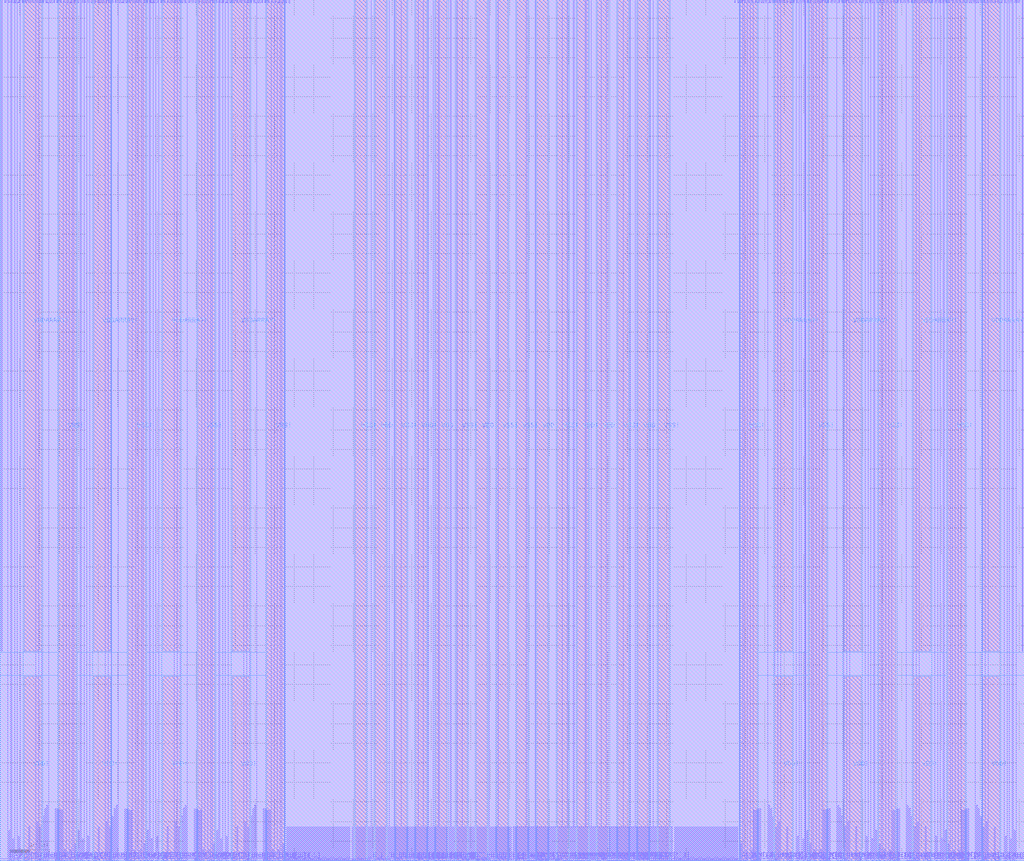
<source format=lef>
# ------------------------------------------------------
#
#		Copyright 2025 IHP PDK Authors
#
#		Licensed under the Apache License, Version 2.0 (the "License");
#		you may not use this file except in compliance with the License.
#		You may obtain a copy of the License at
#		
#		   https://www.apache.org/licenses/LICENSE-2.0
#		
#		Unless required by applicable law or agreed to in writing, software
#		distributed under the License is distributed on an "AS IS" BASIS,
#		WITHOUT WARRANTIES OR CONDITIONS OF ANY KIND, either express or implied.
#		See the License for the specific language governing permissions and
#		limitations under the License.
#		
#		Generated on Wed Aug 27 13:34:44 2025		
#
# ------------------------------------------------------ 
VERSION 5.7 ;
BUSBITCHARS "[]" ;
DIVIDERCHAR "/" ;

MACRO RM_IHPSG13_2P_512x8_c2_bm_bist
  CLASS BLOCK ;
  ORIGIN 0 0 ;
  FOREIGN RM_IHPSG13_2P_512x8_c2_bm_bist 0 0 ;
  SIZE 261.17 BY 219.77 ;
  SYMMETRY X Y R90 ;
  PIN A_DIN[4]
    DIRECTION INPUT ;
    USE SIGNAL ;
    ANTENNAPARTIALMETALAREA 3.9091 LAYER Metal2 ;
    ANTENNAMODEL OXIDE1 ;
      ANTENNAGATEAREA 0.20085 LAYER Metal2 ;
      ANTENNAMAXAREACAR 20.368932 LAYER Metal2 ;
    PORT
      LAYER Metal2 ;
        RECT 195.99 0 196.25 0.26 ;
    END
  END A_DIN[4]
  PIN A_DIN[3]
    DIRECTION INPUT ;
    USE SIGNAL ;
    ANTENNAPARTIALMETALAREA 3.9091 LAYER Metal2 ;
    ANTENNAMODEL OXIDE1 ;
      ANTENNAGATEAREA 0.20085 LAYER Metal2 ;
      ANTENNAMAXAREACAR 20.368932 LAYER Metal2 ;
    PORT
      LAYER Metal2 ;
        RECT 64.92 0 65.18 0.26 ;
    END
  END A_DIN[3]
  PIN A_BIST_DIN[4]
    DIRECTION INPUT ;
    USE SIGNAL ;
    ANTENNAPARTIALMETALAREA 4.136375 LAYER Metal2 ;
    ANTENNAMODEL OXIDE1 ;
      ANTENNAGATEAREA 0.20085 LAYER Metal2 ;
      ANTENNAMAXAREACAR 21.874907 LAYER Metal2 ;
    PORT
      LAYER Metal2 ;
        RECT 196.5 0 196.76 0.26 ;
    END
  END A_BIST_DIN[4]
  PIN A_BIST_DIN[3]
    DIRECTION INPUT ;
    USE SIGNAL ;
    ANTENNAPARTIALMETALAREA 4.136375 LAYER Metal2 ;
    ANTENNAMODEL OXIDE1 ;
      ANTENNAGATEAREA 0.20085 LAYER Metal2 ;
      ANTENNAMAXAREACAR 21.874907 LAYER Metal2 ;
    PORT
      LAYER Metal2 ;
        RECT 64.41 0 64.67 0.26 ;
    END
  END A_BIST_DIN[3]
  PIN A_BM[4]
    DIRECTION INPUT ;
    USE SIGNAL ;
    ANTENNAPARTIALMETALAREA 1.7264 LAYER Metal2 ;
    ANTENNAMODEL OXIDE1 ;
      ANTENNAGATEAREA 0.20085 LAYER Metal2 ;
      ANTENNAMAXAREACAR 9.501618 LAYER Metal2 ;
    PORT
      LAYER Metal2 ;
        RECT 204.66 0 204.92 0.26 ;
    END
  END A_BM[4]
  PIN A_BM[3]
    DIRECTION INPUT ;
    USE SIGNAL ;
    ANTENNAPARTIALMETALAREA 1.7264 LAYER Metal2 ;
    ANTENNAMODEL OXIDE1 ;
      ANTENNAGATEAREA 0.20085 LAYER Metal2 ;
      ANTENNAMAXAREACAR 9.501618 LAYER Metal2 ;
    PORT
      LAYER Metal2 ;
        RECT 56.25 0 56.51 0.26 ;
    END
  END A_BM[3]
  PIN A_BIST_BM[4]
    DIRECTION INPUT ;
    USE SIGNAL ;
    ANTENNAPARTIALMETALAREA 1.7602 LAYER Metal2 ;
    ANTENNAMODEL OXIDE1 ;
      ANTENNAGATEAREA 0.20085 LAYER Metal2 ;
      ANTENNAMAXAREACAR 9.678367 LAYER Metal2 ;
    PORT
      LAYER Metal2 ;
        RECT 203.285 0 203.545 0.26 ;
    END
  END A_BIST_BM[4]
  PIN A_BIST_BM[3]
    DIRECTION INPUT ;
    USE SIGNAL ;
    ANTENNAPARTIALMETALAREA 1.7602 LAYER Metal2 ;
    ANTENNAMODEL OXIDE1 ;
      ANTENNAGATEAREA 0.20085 LAYER Metal2 ;
      ANTENNAMAXAREACAR 9.678367 LAYER Metal2 ;
    PORT
      LAYER Metal2 ;
        RECT 57.625 0 57.885 0.26 ;
    END
  END A_BIST_BM[3]
  PIN A_DOUT[4]
    DIRECTION OUTPUT ;
    USE SIGNAL ;
    ANTENNAPARTIALMETALAREA 4.8256 LAYER Metal2 ;
    ANTENNADIFFAREA 0.988 LAYER Metal2 ;
    PORT
      LAYER Metal2 ;
        RECT 188.85 0 189.11 0.26 ;
    END
  END A_DOUT[4]
  PIN A_DOUT[3]
    DIRECTION OUTPUT ;
    USE SIGNAL ;
    ANTENNAPARTIALMETALAREA 4.8256 LAYER Metal2 ;
    ANTENNADIFFAREA 0.988 LAYER Metal2 ;
    PORT
      LAYER Metal2 ;
        RECT 72.06 0 72.32 0.26 ;
    END
  END A_DOUT[3]
  PIN B_DIN[4]
    DIRECTION INPUT ;
    USE SIGNAL ;
    ANTENNAPARTIALMETALAREA 2.925 LAYER Metal2 ;
    ANTENNAMODEL OXIDE1 ;
      ANTENNAGATEAREA 0.20085 LAYER Metal2 ;
      ANTENNAMAXAREACAR 15.469256 LAYER Metal2 ;
    PORT
      LAYER Metal2 ;
        RECT 198.54 0 198.8 0.26 ;
    END
  END B_DIN[4]
  PIN B_DIN[3]
    DIRECTION INPUT ;
    USE SIGNAL ;
    ANTENNAPARTIALMETALAREA 2.925 LAYER Metal2 ;
    ANTENNAMODEL OXIDE1 ;
      ANTENNAGATEAREA 0.20085 LAYER Metal2 ;
      ANTENNAMAXAREACAR 15.469256 LAYER Metal2 ;
    PORT
      LAYER Metal2 ;
        RECT 62.37 0 62.63 0.26 ;
    END
  END B_DIN[3]
  PIN B_BIST_DIN[4]
    DIRECTION INPUT ;
    USE SIGNAL ;
    ANTENNAPARTIALMETALAREA 2.9445 LAYER Metal2 ;
    ANTENNAMODEL OXIDE1 ;
      ANTENNAGATEAREA 0.20085 LAYER Metal2 ;
      ANTENNAMAXAREACAR 15.929052 LAYER Metal2 ;
    PORT
      LAYER Metal2 ;
        RECT 197.01 0 197.27 0.26 ;
    END
  END B_BIST_DIN[4]
  PIN B_BIST_DIN[3]
    DIRECTION INPUT ;
    USE SIGNAL ;
    ANTENNAPARTIALMETALAREA 2.9445 LAYER Metal2 ;
    ANTENNAMODEL OXIDE1 ;
      ANTENNAGATEAREA 0.20085 LAYER Metal2 ;
      ANTENNAMAXAREACAR 15.929052 LAYER Metal2 ;
    PORT
      LAYER Metal2 ;
        RECT 63.9 0 64.16 0.26 ;
    END
  END B_BIST_DIN[3]
  PIN B_BM[4]
    DIRECTION INPUT ;
    USE SIGNAL ;
    ANTENNAPARTIALMETALAREA 0.7007 LAYER Metal2 ;
    ANTENNAMODEL OXIDE1 ;
      ANTENNAGATEAREA 0.20085 LAYER Metal2 ;
      ANTENNAMAXAREACAR 4.394822 LAYER Metal2 ;
    PORT
      LAYER Metal2 ;
        RECT 190.025 0 190.285 0.26 ;
    END
  END B_BM[4]
  PIN B_BM[3]
    DIRECTION INPUT ;
    USE SIGNAL ;
    ANTENNAPARTIALMETALAREA 0.7007 LAYER Metal2 ;
    ANTENNAMODEL OXIDE1 ;
      ANTENNAGATEAREA 0.20085 LAYER Metal2 ;
      ANTENNAMAXAREACAR 4.394822 LAYER Metal2 ;
    PORT
      LAYER Metal2 ;
        RECT 70.885 0 71.145 0.26 ;
    END
  END B_BM[3]
  PIN B_BIST_BM[4]
    DIRECTION INPUT ;
    USE SIGNAL ;
    ANTENNAPARTIALMETALAREA 0.7007 LAYER Metal2 ;
    ANTENNAMODEL OXIDE1 ;
      ANTENNAGATEAREA 0.20085 LAYER Metal2 ;
      ANTENNAMAXAREACAR 4.394822 LAYER Metal2 ;
    PORT
      LAYER Metal2 ;
        RECT 191.555 0 191.815 0.26 ;
    END
  END B_BIST_BM[4]
  PIN B_BIST_BM[3]
    DIRECTION INPUT ;
    USE SIGNAL ;
    ANTENNAPARTIALMETALAREA 0.7007 LAYER Metal2 ;
    ANTENNAMODEL OXIDE1 ;
      ANTENNAGATEAREA 0.20085 LAYER Metal2 ;
      ANTENNAMAXAREACAR 4.394822 LAYER Metal2 ;
    PORT
      LAYER Metal2 ;
        RECT 69.355 0 69.615 0.26 ;
    END
  END B_BIST_BM[3]
  PIN B_DOUT[4]
    DIRECTION OUTPUT ;
    USE SIGNAL ;
    ANTENNAPARTIALMETALAREA 4.836 LAYER Metal2 ;
    ANTENNADIFFAREA 0.988 LAYER Metal2 ;
    PORT
      LAYER Metal2 ;
        RECT 205.68 0 205.94 0.26 ;
    END
  END B_DOUT[4]
  PIN B_DOUT[3]
    DIRECTION OUTPUT ;
    USE SIGNAL ;
    ANTENNAPARTIALMETALAREA 4.836 LAYER Metal2 ;
    ANTENNADIFFAREA 0.988 LAYER Metal2 ;
    PORT
      LAYER Metal2 ;
        RECT 55.23 0 55.49 0.26 ;
    END
  END B_DOUT[3]
  PIN VSS!
    DIRECTION INOUT ;
    USE GROUND ;
    NETEXPR "vss VSS!" ;
    PORT
      LAYER Metal4 ;
        RECT 241.765 0 246.185 219.77 ;
    END
    PORT
      LAYER Metal4 ;
        RECT 224.085 0 228.505 219.77 ;
    END
    PORT
      LAYER Metal4 ;
        RECT 206.405 0 210.825 219.77 ;
    END
    PORT
      LAYER Metal4 ;
        RECT 188.725 0 193.145 219.77 ;
    END
    PORT
      LAYER Metal4 ;
        RECT 167.805 0 170.615 219.77 ;
    END
    PORT
      LAYER Metal4 ;
        RECT 157.505 0 160.315 219.77 ;
    END
    PORT
      LAYER Metal4 ;
        RECT 142.055 0 144.865 219.77 ;
    END
    PORT
      LAYER Metal4 ;
        RECT 131.755 0 134.565 219.77 ;
    END
    PORT
      LAYER Metal4 ;
        RECT 126.605 0 129.415 219.77 ;
    END
    PORT
      LAYER Metal4 ;
        RECT 116.305 0 119.115 219.77 ;
    END
    PORT
      LAYER Metal4 ;
        RECT 100.855 0 103.665 219.77 ;
    END
    PORT
      LAYER Metal4 ;
        RECT 90.555 0 93.365 219.77 ;
    END
    PORT
      LAYER Metal4 ;
        RECT 68.025 0 72.445 219.77 ;
    END
    PORT
      LAYER Metal4 ;
        RECT 50.345 0 54.765 219.77 ;
    END
    PORT
      LAYER Metal4 ;
        RECT 32.665 0 37.085 219.77 ;
    END
    PORT
      LAYER Metal4 ;
        RECT 14.985 0 19.405 219.77 ;
    END
  END VSS!
  PIN VDD!
    DIRECTION INOUT ;
    USE POWER ;
    NETEXPR "vdd VDD!" ;
    PORT
      LAYER Metal4 ;
        RECT 250.605 0 255.025 47.045 ;
    END
    PORT
      LAYER Metal4 ;
        RECT 232.925 0 237.345 47.045 ;
    END
    PORT
      LAYER Metal4 ;
        RECT 215.245 0 219.665 47.045 ;
    END
    PORT
      LAYER Metal4 ;
        RECT 197.565 0 201.985 47.045 ;
    END
    PORT
      LAYER Metal4 ;
        RECT 162.655 0 165.465 219.77 ;
    END
    PORT
      LAYER Metal4 ;
        RECT 152.355 0 155.165 219.77 ;
    END
    PORT
      LAYER Metal4 ;
        RECT 147.205 0 150.015 219.77 ;
    END
    PORT
      LAYER Metal4 ;
        RECT 136.905 0 139.715 219.77 ;
    END
    PORT
      LAYER Metal4 ;
        RECT 121.455 0 124.265 219.77 ;
    END
    PORT
      LAYER Metal4 ;
        RECT 111.155 0 113.965 219.77 ;
    END
    PORT
      LAYER Metal4 ;
        RECT 106.005 0 108.815 219.77 ;
    END
    PORT
      LAYER Metal4 ;
        RECT 95.705 0 98.515 219.77 ;
    END
    PORT
      LAYER Metal4 ;
        RECT 59.185 0 63.605 47.045 ;
    END
    PORT
      LAYER Metal4 ;
        RECT 41.505 0 45.925 47.045 ;
    END
    PORT
      LAYER Metal4 ;
        RECT 23.825 0 28.245 47.045 ;
    END
    PORT
      LAYER Metal4 ;
        RECT 6.145 0 10.565 47.045 ;
    END
  END VDD!
  PIN VDDARRAY!
    DIRECTION INOUT ;
    USE POWER ;
    NETEXPR "vddarray VDDARRAY!" ;
    PORT
      LAYER Metal4 ;
        RECT 250.605 53.41 255.025 219.77 ;
    END
    PORT
      LAYER Metal4 ;
        RECT 232.925 53.41 237.345 219.77 ;
    END
    PORT
      LAYER Metal4 ;
        RECT 215.245 53.41 219.665 219.77 ;
    END
    PORT
      LAYER Metal4 ;
        RECT 197.565 53.41 201.985 219.77 ;
    END
    PORT
      LAYER Metal4 ;
        RECT 59.185 53.41 63.605 219.77 ;
    END
    PORT
      LAYER Metal4 ;
        RECT 41.505 53.41 45.925 219.77 ;
    END
    PORT
      LAYER Metal4 ;
        RECT 23.825 53.41 28.245 219.77 ;
    END
    PORT
      LAYER Metal4 ;
        RECT 6.145 53.41 10.565 219.77 ;
    END
  END VDDARRAY!
  PIN A_DIN[5]
    DIRECTION INPUT ;
    USE SIGNAL ;
    ANTENNAPARTIALMETALAREA 3.9091 LAYER Metal2 ;
    ANTENNAMODEL OXIDE1 ;
      ANTENNAGATEAREA 0.20085 LAYER Metal2 ;
      ANTENNAMAXAREACAR 20.368932 LAYER Metal2 ;
    PORT
      LAYER Metal2 ;
        RECT 213.67 0 213.93 0.26 ;
    END
  END A_DIN[5]
  PIN A_DIN[2]
    DIRECTION INPUT ;
    USE SIGNAL ;
    ANTENNAPARTIALMETALAREA 3.9091 LAYER Metal2 ;
    ANTENNAMODEL OXIDE1 ;
      ANTENNAGATEAREA 0.20085 LAYER Metal2 ;
      ANTENNAMAXAREACAR 20.368932 LAYER Metal2 ;
    PORT
      LAYER Metal2 ;
        RECT 47.24 0 47.5 0.26 ;
    END
  END A_DIN[2]
  PIN A_BIST_DIN[5]
    DIRECTION INPUT ;
    USE SIGNAL ;
    ANTENNAPARTIALMETALAREA 4.136375 LAYER Metal2 ;
    ANTENNAMODEL OXIDE1 ;
      ANTENNAGATEAREA 0.20085 LAYER Metal2 ;
      ANTENNAMAXAREACAR 21.874907 LAYER Metal2 ;
    PORT
      LAYER Metal2 ;
        RECT 214.18 0 214.44 0.26 ;
    END
  END A_BIST_DIN[5]
  PIN A_BIST_DIN[2]
    DIRECTION INPUT ;
    USE SIGNAL ;
    ANTENNAPARTIALMETALAREA 4.136375 LAYER Metal2 ;
    ANTENNAMODEL OXIDE1 ;
      ANTENNAGATEAREA 0.20085 LAYER Metal2 ;
      ANTENNAMAXAREACAR 21.874907 LAYER Metal2 ;
    PORT
      LAYER Metal2 ;
        RECT 46.73 0 46.99 0.26 ;
    END
  END A_BIST_DIN[2]
  PIN A_BM[5]
    DIRECTION INPUT ;
    USE SIGNAL ;
    ANTENNAPARTIALMETALAREA 1.7264 LAYER Metal2 ;
    ANTENNAMODEL OXIDE1 ;
      ANTENNAGATEAREA 0.20085 LAYER Metal2 ;
      ANTENNAMAXAREACAR 9.501618 LAYER Metal2 ;
    PORT
      LAYER Metal2 ;
        RECT 222.34 0 222.6 0.26 ;
    END
  END A_BM[5]
  PIN A_BM[2]
    DIRECTION INPUT ;
    USE SIGNAL ;
    ANTENNAPARTIALMETALAREA 1.7264 LAYER Metal2 ;
    ANTENNAMODEL OXIDE1 ;
      ANTENNAGATEAREA 0.20085 LAYER Metal2 ;
      ANTENNAMAXAREACAR 9.501618 LAYER Metal2 ;
    PORT
      LAYER Metal2 ;
        RECT 38.57 0 38.83 0.26 ;
    END
  END A_BM[2]
  PIN A_BIST_BM[5]
    DIRECTION INPUT ;
    USE SIGNAL ;
    ANTENNAPARTIALMETALAREA 1.7602 LAYER Metal2 ;
    ANTENNAMODEL OXIDE1 ;
      ANTENNAGATEAREA 0.20085 LAYER Metal2 ;
      ANTENNAMAXAREACAR 9.678367 LAYER Metal2 ;
    PORT
      LAYER Metal2 ;
        RECT 220.965 0 221.225 0.26 ;
    END
  END A_BIST_BM[5]
  PIN A_BIST_BM[2]
    DIRECTION INPUT ;
    USE SIGNAL ;
    ANTENNAPARTIALMETALAREA 1.7602 LAYER Metal2 ;
    ANTENNAMODEL OXIDE1 ;
      ANTENNAGATEAREA 0.20085 LAYER Metal2 ;
      ANTENNAMAXAREACAR 9.678367 LAYER Metal2 ;
    PORT
      LAYER Metal2 ;
        RECT 39.945 0 40.205 0.26 ;
    END
  END A_BIST_BM[2]
  PIN A_DOUT[5]
    DIRECTION OUTPUT ;
    USE SIGNAL ;
    ANTENNAPARTIALMETALAREA 4.8256 LAYER Metal2 ;
    ANTENNADIFFAREA 0.988 LAYER Metal2 ;
    PORT
      LAYER Metal2 ;
        RECT 206.53 0 206.79 0.26 ;
    END
  END A_DOUT[5]
  PIN A_DOUT[2]
    DIRECTION OUTPUT ;
    USE SIGNAL ;
    ANTENNAPARTIALMETALAREA 4.8256 LAYER Metal2 ;
    ANTENNADIFFAREA 0.988 LAYER Metal2 ;
    PORT
      LAYER Metal2 ;
        RECT 54.38 0 54.64 0.26 ;
    END
  END A_DOUT[2]
  PIN B_DIN[5]
    DIRECTION INPUT ;
    USE SIGNAL ;
    ANTENNAPARTIALMETALAREA 2.925 LAYER Metal2 ;
    ANTENNAMODEL OXIDE1 ;
      ANTENNAGATEAREA 0.20085 LAYER Metal2 ;
      ANTENNAMAXAREACAR 15.469256 LAYER Metal2 ;
    PORT
      LAYER Metal2 ;
        RECT 216.22 0 216.48 0.26 ;
    END
  END B_DIN[5]
  PIN B_DIN[2]
    DIRECTION INPUT ;
    USE SIGNAL ;
    ANTENNAPARTIALMETALAREA 2.925 LAYER Metal2 ;
    ANTENNAMODEL OXIDE1 ;
      ANTENNAGATEAREA 0.20085 LAYER Metal2 ;
      ANTENNAMAXAREACAR 15.469256 LAYER Metal2 ;
    PORT
      LAYER Metal2 ;
        RECT 44.69 0 44.95 0.26 ;
    END
  END B_DIN[2]
  PIN B_BIST_DIN[5]
    DIRECTION INPUT ;
    USE SIGNAL ;
    ANTENNAPARTIALMETALAREA 2.9445 LAYER Metal2 ;
    ANTENNAMODEL OXIDE1 ;
      ANTENNAGATEAREA 0.20085 LAYER Metal2 ;
      ANTENNAMAXAREACAR 15.929052 LAYER Metal2 ;
    PORT
      LAYER Metal2 ;
        RECT 214.69 0 214.95 0.26 ;
    END
  END B_BIST_DIN[5]
  PIN B_BIST_DIN[2]
    DIRECTION INPUT ;
    USE SIGNAL ;
    ANTENNAPARTIALMETALAREA 2.9445 LAYER Metal2 ;
    ANTENNAMODEL OXIDE1 ;
      ANTENNAGATEAREA 0.20085 LAYER Metal2 ;
      ANTENNAMAXAREACAR 15.929052 LAYER Metal2 ;
    PORT
      LAYER Metal2 ;
        RECT 46.22 0 46.48 0.26 ;
    END
  END B_BIST_DIN[2]
  PIN B_BM[5]
    DIRECTION INPUT ;
    USE SIGNAL ;
    ANTENNAPARTIALMETALAREA 0.7007 LAYER Metal2 ;
    ANTENNAMODEL OXIDE1 ;
      ANTENNAGATEAREA 0.20085 LAYER Metal2 ;
      ANTENNAMAXAREACAR 4.394822 LAYER Metal2 ;
    PORT
      LAYER Metal2 ;
        RECT 207.705 0 207.965 0.26 ;
    END
  END B_BM[5]
  PIN B_BM[2]
    DIRECTION INPUT ;
    USE SIGNAL ;
    ANTENNAPARTIALMETALAREA 0.7007 LAYER Metal2 ;
    ANTENNAMODEL OXIDE1 ;
      ANTENNAGATEAREA 0.20085 LAYER Metal2 ;
      ANTENNAMAXAREACAR 4.394822 LAYER Metal2 ;
    PORT
      LAYER Metal2 ;
        RECT 53.205 0 53.465 0.26 ;
    END
  END B_BM[2]
  PIN B_BIST_BM[5]
    DIRECTION INPUT ;
    USE SIGNAL ;
    ANTENNAPARTIALMETALAREA 0.7007 LAYER Metal2 ;
    ANTENNAMODEL OXIDE1 ;
      ANTENNAGATEAREA 0.20085 LAYER Metal2 ;
      ANTENNAMAXAREACAR 4.394822 LAYER Metal2 ;
    PORT
      LAYER Metal2 ;
        RECT 209.235 0 209.495 0.26 ;
    END
  END B_BIST_BM[5]
  PIN B_BIST_BM[2]
    DIRECTION INPUT ;
    USE SIGNAL ;
    ANTENNAPARTIALMETALAREA 0.7007 LAYER Metal2 ;
    ANTENNAMODEL OXIDE1 ;
      ANTENNAGATEAREA 0.20085 LAYER Metal2 ;
      ANTENNAMAXAREACAR 4.394822 LAYER Metal2 ;
    PORT
      LAYER Metal2 ;
        RECT 51.675 0 51.935 0.26 ;
    END
  END B_BIST_BM[2]
  PIN B_DOUT[5]
    DIRECTION OUTPUT ;
    USE SIGNAL ;
    ANTENNAPARTIALMETALAREA 4.836 LAYER Metal2 ;
    ANTENNADIFFAREA 0.988 LAYER Metal2 ;
    PORT
      LAYER Metal2 ;
        RECT 223.36 0 223.62 0.26 ;
    END
  END B_DOUT[5]
  PIN B_DOUT[2]
    DIRECTION OUTPUT ;
    USE SIGNAL ;
    ANTENNAPARTIALMETALAREA 4.836 LAYER Metal2 ;
    ANTENNADIFFAREA 0.988 LAYER Metal2 ;
    PORT
      LAYER Metal2 ;
        RECT 37.55 0 37.81 0.26 ;
    END
  END B_DOUT[2]
  PIN A_DIN[6]
    DIRECTION INPUT ;
    USE SIGNAL ;
    ANTENNAPARTIALMETALAREA 3.9091 LAYER Metal2 ;
    ANTENNAMODEL OXIDE1 ;
      ANTENNAGATEAREA 0.20085 LAYER Metal2 ;
      ANTENNAMAXAREACAR 20.368932 LAYER Metal2 ;
    PORT
      LAYER Metal2 ;
        RECT 231.35 0 231.61 0.26 ;
    END
  END A_DIN[6]
  PIN A_DIN[1]
    DIRECTION INPUT ;
    USE SIGNAL ;
    ANTENNAPARTIALMETALAREA 3.9091 LAYER Metal2 ;
    ANTENNAMODEL OXIDE1 ;
      ANTENNAGATEAREA 0.20085 LAYER Metal2 ;
      ANTENNAMAXAREACAR 20.368932 LAYER Metal2 ;
    PORT
      LAYER Metal2 ;
        RECT 29.56 0 29.82 0.26 ;
    END
  END A_DIN[1]
  PIN A_BIST_DIN[6]
    DIRECTION INPUT ;
    USE SIGNAL ;
    ANTENNAPARTIALMETALAREA 4.136375 LAYER Metal2 ;
    ANTENNAMODEL OXIDE1 ;
      ANTENNAGATEAREA 0.20085 LAYER Metal2 ;
      ANTENNAMAXAREACAR 21.874907 LAYER Metal2 ;
    PORT
      LAYER Metal2 ;
        RECT 231.86 0 232.12 0.26 ;
    END
  END A_BIST_DIN[6]
  PIN A_BIST_DIN[1]
    DIRECTION INPUT ;
    USE SIGNAL ;
    ANTENNAPARTIALMETALAREA 4.136375 LAYER Metal2 ;
    ANTENNAMODEL OXIDE1 ;
      ANTENNAGATEAREA 0.20085 LAYER Metal2 ;
      ANTENNAMAXAREACAR 21.874907 LAYER Metal2 ;
    PORT
      LAYER Metal2 ;
        RECT 29.05 0 29.31 0.26 ;
    END
  END A_BIST_DIN[1]
  PIN A_BM[6]
    DIRECTION INPUT ;
    USE SIGNAL ;
    ANTENNAPARTIALMETALAREA 1.7264 LAYER Metal2 ;
    ANTENNAMODEL OXIDE1 ;
      ANTENNAGATEAREA 0.20085 LAYER Metal2 ;
      ANTENNAMAXAREACAR 9.501618 LAYER Metal2 ;
    PORT
      LAYER Metal2 ;
        RECT 240.02 0 240.28 0.26 ;
    END
  END A_BM[6]
  PIN A_BM[1]
    DIRECTION INPUT ;
    USE SIGNAL ;
    ANTENNAPARTIALMETALAREA 1.7264 LAYER Metal2 ;
    ANTENNAMODEL OXIDE1 ;
      ANTENNAGATEAREA 0.20085 LAYER Metal2 ;
      ANTENNAMAXAREACAR 9.501618 LAYER Metal2 ;
    PORT
      LAYER Metal2 ;
        RECT 20.89 0 21.15 0.26 ;
    END
  END A_BM[1]
  PIN A_BIST_BM[6]
    DIRECTION INPUT ;
    USE SIGNAL ;
    ANTENNAPARTIALMETALAREA 1.7602 LAYER Metal2 ;
    ANTENNAMODEL OXIDE1 ;
      ANTENNAGATEAREA 0.20085 LAYER Metal2 ;
      ANTENNAMAXAREACAR 9.678367 LAYER Metal2 ;
    PORT
      LAYER Metal2 ;
        RECT 238.645 0 238.905 0.26 ;
    END
  END A_BIST_BM[6]
  PIN A_BIST_BM[1]
    DIRECTION INPUT ;
    USE SIGNAL ;
    ANTENNAPARTIALMETALAREA 1.7602 LAYER Metal2 ;
    ANTENNAMODEL OXIDE1 ;
      ANTENNAGATEAREA 0.20085 LAYER Metal2 ;
      ANTENNAMAXAREACAR 9.678367 LAYER Metal2 ;
    PORT
      LAYER Metal2 ;
        RECT 22.265 0 22.525 0.26 ;
    END
  END A_BIST_BM[1]
  PIN A_DOUT[6]
    DIRECTION OUTPUT ;
    USE SIGNAL ;
    ANTENNAPARTIALMETALAREA 4.8256 LAYER Metal2 ;
    ANTENNADIFFAREA 0.988 LAYER Metal2 ;
    PORT
      LAYER Metal2 ;
        RECT 224.21 0 224.47 0.26 ;
    END
  END A_DOUT[6]
  PIN A_DOUT[1]
    DIRECTION OUTPUT ;
    USE SIGNAL ;
    ANTENNAPARTIALMETALAREA 4.8256 LAYER Metal2 ;
    ANTENNADIFFAREA 0.988 LAYER Metal2 ;
    PORT
      LAYER Metal2 ;
        RECT 36.7 0 36.96 0.26 ;
    END
  END A_DOUT[1]
  PIN B_DIN[6]
    DIRECTION INPUT ;
    USE SIGNAL ;
    ANTENNAPARTIALMETALAREA 2.925 LAYER Metal2 ;
    ANTENNAMODEL OXIDE1 ;
      ANTENNAGATEAREA 0.20085 LAYER Metal2 ;
      ANTENNAMAXAREACAR 15.469256 LAYER Metal2 ;
    PORT
      LAYER Metal2 ;
        RECT 233.9 0 234.16 0.26 ;
    END
  END B_DIN[6]
  PIN B_DIN[1]
    DIRECTION INPUT ;
    USE SIGNAL ;
    ANTENNAPARTIALMETALAREA 2.925 LAYER Metal2 ;
    ANTENNAMODEL OXIDE1 ;
      ANTENNAGATEAREA 0.20085 LAYER Metal2 ;
      ANTENNAMAXAREACAR 15.469256 LAYER Metal2 ;
    PORT
      LAYER Metal2 ;
        RECT 27.01 0 27.27 0.26 ;
    END
  END B_DIN[1]
  PIN B_BIST_DIN[6]
    DIRECTION INPUT ;
    USE SIGNAL ;
    ANTENNAPARTIALMETALAREA 2.9445 LAYER Metal2 ;
    ANTENNAMODEL OXIDE1 ;
      ANTENNAGATEAREA 0.20085 LAYER Metal2 ;
      ANTENNAMAXAREACAR 15.929052 LAYER Metal2 ;
    PORT
      LAYER Metal2 ;
        RECT 232.37 0 232.63 0.26 ;
    END
  END B_BIST_DIN[6]
  PIN B_BIST_DIN[1]
    DIRECTION INPUT ;
    USE SIGNAL ;
    ANTENNAPARTIALMETALAREA 2.9445 LAYER Metal2 ;
    ANTENNAMODEL OXIDE1 ;
      ANTENNAGATEAREA 0.20085 LAYER Metal2 ;
      ANTENNAMAXAREACAR 15.929052 LAYER Metal2 ;
    PORT
      LAYER Metal2 ;
        RECT 28.54 0 28.8 0.26 ;
    END
  END B_BIST_DIN[1]
  PIN B_BM[6]
    DIRECTION INPUT ;
    USE SIGNAL ;
    ANTENNAPARTIALMETALAREA 0.7007 LAYER Metal2 ;
    ANTENNAMODEL OXIDE1 ;
      ANTENNAGATEAREA 0.20085 LAYER Metal2 ;
      ANTENNAMAXAREACAR 4.394822 LAYER Metal2 ;
    PORT
      LAYER Metal2 ;
        RECT 225.385 0 225.645 0.26 ;
    END
  END B_BM[6]
  PIN B_BM[1]
    DIRECTION INPUT ;
    USE SIGNAL ;
    ANTENNAPARTIALMETALAREA 0.7007 LAYER Metal2 ;
    ANTENNAMODEL OXIDE1 ;
      ANTENNAGATEAREA 0.20085 LAYER Metal2 ;
      ANTENNAMAXAREACAR 4.394822 LAYER Metal2 ;
    PORT
      LAYER Metal2 ;
        RECT 35.525 0 35.785 0.26 ;
    END
  END B_BM[1]
  PIN B_BIST_BM[6]
    DIRECTION INPUT ;
    USE SIGNAL ;
    ANTENNAPARTIALMETALAREA 0.7007 LAYER Metal2 ;
    ANTENNAMODEL OXIDE1 ;
      ANTENNAGATEAREA 0.20085 LAYER Metal2 ;
      ANTENNAMAXAREACAR 4.394822 LAYER Metal2 ;
    PORT
      LAYER Metal2 ;
        RECT 226.915 0 227.175 0.26 ;
    END
  END B_BIST_BM[6]
  PIN B_BIST_BM[1]
    DIRECTION INPUT ;
    USE SIGNAL ;
    ANTENNAPARTIALMETALAREA 0.7007 LAYER Metal2 ;
    ANTENNAMODEL OXIDE1 ;
      ANTENNAGATEAREA 0.20085 LAYER Metal2 ;
      ANTENNAMAXAREACAR 4.394822 LAYER Metal2 ;
    PORT
      LAYER Metal2 ;
        RECT 33.995 0 34.255 0.26 ;
    END
  END B_BIST_BM[1]
  PIN B_DOUT[6]
    DIRECTION OUTPUT ;
    USE SIGNAL ;
    ANTENNAPARTIALMETALAREA 4.836 LAYER Metal2 ;
    ANTENNADIFFAREA 0.988 LAYER Metal2 ;
    PORT
      LAYER Metal2 ;
        RECT 241.04 0 241.3 0.26 ;
    END
  END B_DOUT[6]
  PIN B_DOUT[1]
    DIRECTION OUTPUT ;
    USE SIGNAL ;
    ANTENNAPARTIALMETALAREA 4.836 LAYER Metal2 ;
    ANTENNADIFFAREA 0.988 LAYER Metal2 ;
    PORT
      LAYER Metal2 ;
        RECT 19.87 0 20.13 0.26 ;
    END
  END B_DOUT[1]
  PIN A_DIN[7]
    DIRECTION INPUT ;
    USE SIGNAL ;
    ANTENNAPARTIALMETALAREA 3.9091 LAYER Metal2 ;
    ANTENNAMODEL OXIDE1 ;
      ANTENNAGATEAREA 0.20085 LAYER Metal2 ;
      ANTENNAMAXAREACAR 20.368932 LAYER Metal2 ;
    PORT
      LAYER Metal2 ;
        RECT 249.03 0 249.29 0.26 ;
    END
  END A_DIN[7]
  PIN A_DIN[0]
    DIRECTION INPUT ;
    USE SIGNAL ;
    ANTENNAPARTIALMETALAREA 3.9091 LAYER Metal2 ;
    ANTENNAMODEL OXIDE1 ;
      ANTENNAGATEAREA 0.20085 LAYER Metal2 ;
      ANTENNAMAXAREACAR 20.368932 LAYER Metal2 ;
    PORT
      LAYER Metal2 ;
        RECT 11.88 0 12.14 0.26 ;
    END
  END A_DIN[0]
  PIN A_BIST_DIN[7]
    DIRECTION INPUT ;
    USE SIGNAL ;
    ANTENNAPARTIALMETALAREA 4.136375 LAYER Metal2 ;
    ANTENNAMODEL OXIDE1 ;
      ANTENNAGATEAREA 0.20085 LAYER Metal2 ;
      ANTENNAMAXAREACAR 21.874907 LAYER Metal2 ;
    PORT
      LAYER Metal2 ;
        RECT 249.54 0 249.8 0.26 ;
    END
  END A_BIST_DIN[7]
  PIN A_BIST_DIN[0]
    DIRECTION INPUT ;
    USE SIGNAL ;
    ANTENNAPARTIALMETALAREA 4.136375 LAYER Metal2 ;
    ANTENNAMODEL OXIDE1 ;
      ANTENNAGATEAREA 0.20085 LAYER Metal2 ;
      ANTENNAMAXAREACAR 21.874907 LAYER Metal2 ;
    PORT
      LAYER Metal2 ;
        RECT 11.37 0 11.63 0.26 ;
    END
  END A_BIST_DIN[0]
  PIN A_BM[7]
    DIRECTION INPUT ;
    USE SIGNAL ;
    ANTENNAPARTIALMETALAREA 1.7264 LAYER Metal2 ;
    ANTENNAMODEL OXIDE1 ;
      ANTENNAGATEAREA 0.20085 LAYER Metal2 ;
      ANTENNAMAXAREACAR 9.501618 LAYER Metal2 ;
    PORT
      LAYER Metal2 ;
        RECT 257.7 0 257.96 0.26 ;
    END
  END A_BM[7]
  PIN A_BM[0]
    DIRECTION INPUT ;
    USE SIGNAL ;
    ANTENNAPARTIALMETALAREA 1.7264 LAYER Metal2 ;
    ANTENNAMODEL OXIDE1 ;
      ANTENNAGATEAREA 0.20085 LAYER Metal2 ;
      ANTENNAMAXAREACAR 9.501618 LAYER Metal2 ;
    PORT
      LAYER Metal2 ;
        RECT 3.21 0 3.47 0.26 ;
    END
  END A_BM[0]
  PIN A_BIST_BM[7]
    DIRECTION INPUT ;
    USE SIGNAL ;
    ANTENNAPARTIALMETALAREA 1.7602 LAYER Metal2 ;
    ANTENNAMODEL OXIDE1 ;
      ANTENNAGATEAREA 0.20085 LAYER Metal2 ;
      ANTENNAMAXAREACAR 9.678367 LAYER Metal2 ;
    PORT
      LAYER Metal2 ;
        RECT 256.325 0 256.585 0.26 ;
    END
  END A_BIST_BM[7]
  PIN A_BIST_BM[0]
    DIRECTION INPUT ;
    USE SIGNAL ;
    ANTENNAPARTIALMETALAREA 1.7602 LAYER Metal2 ;
    ANTENNAMODEL OXIDE1 ;
      ANTENNAGATEAREA 0.20085 LAYER Metal2 ;
      ANTENNAMAXAREACAR 9.678367 LAYER Metal2 ;
    PORT
      LAYER Metal2 ;
        RECT 4.585 0 4.845 0.26 ;
    END
  END A_BIST_BM[0]
  PIN A_DOUT[7]
    DIRECTION OUTPUT ;
    USE SIGNAL ;
    ANTENNAPARTIALMETALAREA 4.8256 LAYER Metal2 ;
    ANTENNADIFFAREA 0.988 LAYER Metal2 ;
    PORT
      LAYER Metal2 ;
        RECT 241.89 0 242.15 0.26 ;
    END
  END A_DOUT[7]
  PIN A_DOUT[0]
    DIRECTION OUTPUT ;
    USE SIGNAL ;
    ANTENNAPARTIALMETALAREA 4.8256 LAYER Metal2 ;
    ANTENNADIFFAREA 0.988 LAYER Metal2 ;
    PORT
      LAYER Metal2 ;
        RECT 19.02 0 19.28 0.26 ;
    END
  END A_DOUT[0]
  PIN B_DIN[7]
    DIRECTION INPUT ;
    USE SIGNAL ;
    ANTENNAPARTIALMETALAREA 2.925 LAYER Metal2 ;
    ANTENNAMODEL OXIDE1 ;
      ANTENNAGATEAREA 0.20085 LAYER Metal2 ;
      ANTENNAMAXAREACAR 15.469256 LAYER Metal2 ;
    PORT
      LAYER Metal2 ;
        RECT 251.58 0 251.84 0.26 ;
    END
  END B_DIN[7]
  PIN B_DIN[0]
    DIRECTION INPUT ;
    USE SIGNAL ;
    ANTENNAPARTIALMETALAREA 2.925 LAYER Metal2 ;
    ANTENNAMODEL OXIDE1 ;
      ANTENNAGATEAREA 0.20085 LAYER Metal2 ;
      ANTENNAMAXAREACAR 15.469256 LAYER Metal2 ;
    PORT
      LAYER Metal2 ;
        RECT 9.33 0 9.59 0.26 ;
    END
  END B_DIN[0]
  PIN B_BIST_DIN[7]
    DIRECTION INPUT ;
    USE SIGNAL ;
    ANTENNAPARTIALMETALAREA 2.9445 LAYER Metal2 ;
    ANTENNAMODEL OXIDE1 ;
      ANTENNAGATEAREA 0.20085 LAYER Metal2 ;
      ANTENNAMAXAREACAR 15.929052 LAYER Metal2 ;
    PORT
      LAYER Metal2 ;
        RECT 250.05 0 250.31 0.26 ;
    END
  END B_BIST_DIN[7]
  PIN B_BIST_DIN[0]
    DIRECTION INPUT ;
    USE SIGNAL ;
    ANTENNAPARTIALMETALAREA 2.9445 LAYER Metal2 ;
    ANTENNAMODEL OXIDE1 ;
      ANTENNAGATEAREA 0.20085 LAYER Metal2 ;
      ANTENNAMAXAREACAR 15.929052 LAYER Metal2 ;
    PORT
      LAYER Metal2 ;
        RECT 10.86 0 11.12 0.26 ;
    END
  END B_BIST_DIN[0]
  PIN B_BM[7]
    DIRECTION INPUT ;
    USE SIGNAL ;
    ANTENNAPARTIALMETALAREA 0.7007 LAYER Metal2 ;
    ANTENNAMODEL OXIDE1 ;
      ANTENNAGATEAREA 0.20085 LAYER Metal2 ;
      ANTENNAMAXAREACAR 4.394822 LAYER Metal2 ;
    PORT
      LAYER Metal2 ;
        RECT 243.065 0 243.325 0.26 ;
    END
  END B_BM[7]
  PIN B_BM[0]
    DIRECTION INPUT ;
    USE SIGNAL ;
    ANTENNAPARTIALMETALAREA 0.7007 LAYER Metal2 ;
    ANTENNAMODEL OXIDE1 ;
      ANTENNAGATEAREA 0.20085 LAYER Metal2 ;
      ANTENNAMAXAREACAR 4.394822 LAYER Metal2 ;
    PORT
      LAYER Metal2 ;
        RECT 17.845 0 18.105 0.26 ;
    END
  END B_BM[0]
  PIN B_BIST_BM[7]
    DIRECTION INPUT ;
    USE SIGNAL ;
    ANTENNAPARTIALMETALAREA 0.7007 LAYER Metal2 ;
    ANTENNAMODEL OXIDE1 ;
      ANTENNAGATEAREA 0.20085 LAYER Metal2 ;
      ANTENNAMAXAREACAR 4.394822 LAYER Metal2 ;
    PORT
      LAYER Metal2 ;
        RECT 244.595 0 244.855 0.26 ;
    END
  END B_BIST_BM[7]
  PIN B_BIST_BM[0]
    DIRECTION INPUT ;
    USE SIGNAL ;
    ANTENNAPARTIALMETALAREA 0.7007 LAYER Metal2 ;
    ANTENNAMODEL OXIDE1 ;
      ANTENNAGATEAREA 0.20085 LAYER Metal2 ;
      ANTENNAMAXAREACAR 4.394822 LAYER Metal2 ;
    PORT
      LAYER Metal2 ;
        RECT 16.315 0 16.575 0.26 ;
    END
  END B_BIST_BM[0]
  PIN B_DOUT[7]
    DIRECTION OUTPUT ;
    USE SIGNAL ;
    ANTENNAPARTIALMETALAREA 4.836 LAYER Metal2 ;
    ANTENNADIFFAREA 0.988 LAYER Metal2 ;
    PORT
      LAYER Metal2 ;
        RECT 258.72 0 258.98 0.26 ;
    END
  END B_DOUT[7]
  PIN B_DOUT[0]
    DIRECTION OUTPUT ;
    USE SIGNAL ;
    ANTENNAPARTIALMETALAREA 4.836 LAYER Metal2 ;
    ANTENNADIFFAREA 0.988 LAYER Metal2 ;
    PORT
      LAYER Metal2 ;
        RECT 2.19 0 2.45 0.26 ;
    END
  END B_DOUT[0]
  PIN A_ADDR[0]
    DIRECTION INPUT ;
    USE SIGNAL ;
    ANTENNAPARTIALMETALAREA 8.7685 LAYER Metal2 ;
    ANTENNAMODEL OXIDE1 ;
      ANTENNAGATEAREA 0.20085 LAYER Metal2 ;
      ANTENNAMAXAREACAR 44.563107 LAYER Metal2 ;
    PORT
      LAYER Metal2 ;
        RECT 146.675 0 146.935 0.26 ;
    END
  END A_ADDR[0]
  PIN A_BIST_ADDR[0]
    DIRECTION INPUT ;
    USE SIGNAL ;
    ANTENNAPARTIALMETALAREA 9.8293 LAYER Metal2 ;
    ANTENNAMODEL OXIDE1 ;
      ANTENNAGATEAREA 0.20085 LAYER Metal2 ;
      ANTENNAMAXAREACAR 49.84466 LAYER Metal2 ;
    PORT
      LAYER Metal2 ;
        RECT 152.285 0 152.545 0.26 ;
    END
  END A_BIST_ADDR[0]
  PIN B_ADDR[0]
    DIRECTION INPUT ;
    USE SIGNAL ;
    ANTENNAPARTIALMETALAREA 8.7685 LAYER Metal2 ;
    ANTENNAMODEL OXIDE1 ;
      ANTENNAGATEAREA 0.20085 LAYER Metal2 ;
      ANTENNAMAXAREACAR 44.563107 LAYER Metal2 ;
    PORT
      LAYER Metal2 ;
        RECT 114.235 0 114.495 0.26 ;
    END
  END B_ADDR[0]
  PIN B_BIST_ADDR[0]
    DIRECTION INPUT ;
    USE SIGNAL ;
    ANTENNAPARTIALMETALAREA 9.8293 LAYER Metal2 ;
    ANTENNAMODEL OXIDE1 ;
      ANTENNAGATEAREA 0.20085 LAYER Metal2 ;
      ANTENNAMAXAREACAR 49.84466 LAYER Metal2 ;
    PORT
      LAYER Metal2 ;
        RECT 108.625 0 108.885 0.26 ;
    END
  END B_BIST_ADDR[0]
  PIN A_ADDR[1]
    DIRECTION INPUT ;
    USE SIGNAL ;
    ANTENNAPARTIALMETALAREA 11.0851 LAYER Metal2 ;
    ANTENNAMODEL OXIDE1 ;
      ANTENNAGATEAREA 0.20085 LAYER Metal2 ;
      ANTENNAMAXAREACAR 56.097087 LAYER Metal2 ;
    PORT
      LAYER Metal2 ;
        RECT 147.185 0 147.445 0.26 ;
    END
  END A_ADDR[1]
  PIN A_BIST_ADDR[1]
    DIRECTION INPUT ;
    USE SIGNAL ;
    ANTENNAPARTIALMETALAREA 12.1459 LAYER Metal2 ;
    ANTENNAMODEL OXIDE1 ;
      ANTENNAGATEAREA 0.20085 LAYER Metal2 ;
      ANTENNAMAXAREACAR 61.378641 LAYER Metal2 ;
    PORT
      LAYER Metal2 ;
        RECT 152.795 0 153.055 0.26 ;
    END
  END A_BIST_ADDR[1]
  PIN B_ADDR[1]
    DIRECTION INPUT ;
    USE SIGNAL ;
    ANTENNAPARTIALMETALAREA 11.0851 LAYER Metal2 ;
    ANTENNAMODEL OXIDE1 ;
      ANTENNAGATEAREA 0.20085 LAYER Metal2 ;
      ANTENNAMAXAREACAR 56.097087 LAYER Metal2 ;
    PORT
      LAYER Metal2 ;
        RECT 113.725 0 113.985 0.26 ;
    END
  END B_ADDR[1]
  PIN B_BIST_ADDR[1]
    DIRECTION INPUT ;
    USE SIGNAL ;
    ANTENNAPARTIALMETALAREA 12.1459 LAYER Metal2 ;
    ANTENNAMODEL OXIDE1 ;
      ANTENNAGATEAREA 0.20085 LAYER Metal2 ;
      ANTENNAMAXAREACAR 61.378641 LAYER Metal2 ;
    PORT
      LAYER Metal2 ;
        RECT 108.115 0 108.375 0.26 ;
    END
  END B_BIST_ADDR[1]
  PIN A_ADDR[2]
    DIRECTION INPUT ;
    USE SIGNAL ;
    ANTENNAPARTIALMETALAREA 13.0819 LAYER Metal2 ;
    ANTENNAPARTIALMETALAREA 1.5246 LAYER Metal3 ;
    ANTENNAPARTIALCUTAREA 0.0722 LAYER Via2 ;
    ANTENNAMODEL OXIDE1 ;
      ANTENNAGATEAREA 0.20085 LAYER Metal3 ;
      ANTENNAMAXAREACAR 9.415982 LAYER Metal3 ;
    PORT
      LAYER Metal2 ;
        RECT 155.855 0 156.115 0.26 ;
    END
  END A_ADDR[2]
  PIN A_BIST_ADDR[2]
    DIRECTION INPUT ;
    USE SIGNAL ;
    ANTENNAPARTIALMETALAREA 13.0819 LAYER Metal2 ;
    ANTENNAPARTIALMETALAREA 1.0962 LAYER Metal3 ;
    ANTENNAPARTIALCUTAREA 0.0722 LAYER Via2 ;
    ANTENNAMODEL OXIDE1 ;
      ANTENNAGATEAREA 0.20085 LAYER Metal3 ;
      ANTENNAMAXAREACAR 7.813791 LAYER Metal3 ;
    PORT
      LAYER Metal2 ;
        RECT 156.365 0 156.625 0.26 ;
    END
  END A_BIST_ADDR[2]
  PIN B_ADDR[2]
    DIRECTION INPUT ;
    USE SIGNAL ;
    ANTENNAPARTIALMETALAREA 13.0819 LAYER Metal2 ;
    ANTENNAPARTIALMETALAREA 1.5246 LAYER Metal3 ;
    ANTENNAPARTIALCUTAREA 0.0722 LAYER Via2 ;
    ANTENNAMODEL OXIDE1 ;
      ANTENNAGATEAREA 0.20085 LAYER Metal3 ;
      ANTENNAMAXAREACAR 9.415982 LAYER Metal3 ;
    PORT
      LAYER Metal2 ;
        RECT 105.055 0 105.315 0.26 ;
    END
  END B_ADDR[2]
  PIN B_BIST_ADDR[2]
    DIRECTION INPUT ;
    USE SIGNAL ;
    ANTENNAPARTIALMETALAREA 13.0819 LAYER Metal2 ;
    ANTENNAPARTIALMETALAREA 1.0962 LAYER Metal3 ;
    ANTENNAPARTIALCUTAREA 0.0722 LAYER Via2 ;
    ANTENNAMODEL OXIDE1 ;
      ANTENNAGATEAREA 0.20085 LAYER Metal3 ;
      ANTENNAMAXAREACAR 7.813791 LAYER Metal3 ;
    PORT
      LAYER Metal2 ;
        RECT 104.545 0 104.805 0.26 ;
    END
  END B_BIST_ADDR[2]
  PIN A_ADDR[3]
    DIRECTION INPUT ;
    USE SIGNAL ;
    ANTENNAPARTIALMETALAREA 13.0819 LAYER Metal2 ;
    ANTENNAPARTIALMETALAREA 3.9459 LAYER Metal3 ;
    ANTENNAPARTIALCUTAREA 0.0722 LAYER Via2 ;
    ANTENNAMODEL OXIDE1 ;
      ANTENNAGATEAREA 0.20085 LAYER Metal3 ;
      ANTENNAMAXAREACAR 21.471247 LAYER Metal3 ;
    PORT
      LAYER Metal2 ;
        RECT 154.835 0 155.095 0.26 ;
    END
  END A_ADDR[3]
  PIN A_BIST_ADDR[3]
    DIRECTION INPUT ;
    USE SIGNAL ;
    ANTENNAPARTIALMETALAREA 13.0819 LAYER Metal2 ;
    ANTENNAPARTIALMETALAREA 3.7317 LAYER Metal3 ;
    ANTENNAPARTIALCUTAREA 0.0722 LAYER Via2 ;
    ANTENNAMODEL OXIDE1 ;
      ANTENNAGATEAREA 0.20085 LAYER Metal3 ;
      ANTENNAMAXAREACAR 20.935524 LAYER Metal3 ;
    PORT
      LAYER Metal2 ;
        RECT 155.345 0 155.605 0.26 ;
    END
  END A_BIST_ADDR[3]
  PIN B_ADDR[3]
    DIRECTION INPUT ;
    USE SIGNAL ;
    ANTENNAPARTIALMETALAREA 13.0819 LAYER Metal2 ;
    ANTENNAPARTIALMETALAREA 3.9459 LAYER Metal3 ;
    ANTENNAPARTIALCUTAREA 0.0722 LAYER Via2 ;
    ANTENNAMODEL OXIDE1 ;
      ANTENNAGATEAREA 0.20085 LAYER Metal3 ;
      ANTENNAMAXAREACAR 21.471247 LAYER Metal3 ;
    PORT
      LAYER Metal2 ;
        RECT 106.075 0 106.335 0.26 ;
    END
  END B_ADDR[3]
  PIN B_BIST_ADDR[3]
    DIRECTION INPUT ;
    USE SIGNAL ;
    ANTENNAPARTIALMETALAREA 13.0819 LAYER Metal2 ;
    ANTENNAPARTIALMETALAREA 3.7317 LAYER Metal3 ;
    ANTENNAPARTIALCUTAREA 0.0722 LAYER Via2 ;
    ANTENNAMODEL OXIDE1 ;
      ANTENNAGATEAREA 0.20085 LAYER Metal3 ;
      ANTENNAMAXAREACAR 20.935524 LAYER Metal3 ;
    PORT
      LAYER Metal2 ;
        RECT 105.565 0 105.825 0.26 ;
    END
  END B_BIST_ADDR[3]
  PIN A_ADDR[4]
    DIRECTION INPUT ;
    USE SIGNAL ;
    ANTENNAPARTIALMETALAREA 14.7329 LAYER Metal2 ;
    ANTENNAMODEL OXIDE1 ;
      ANTENNAGATEAREA 0.20085 LAYER Metal2 ;
      ANTENNAMAXAREACAR 74.2589 LAYER Metal2 ;
    PORT
      LAYER Metal2 ;
        RECT 135.455 0 135.715 0.26 ;
    END
  END A_ADDR[4]
  PIN A_BIST_ADDR[4]
    DIRECTION INPUT ;
    USE SIGNAL ;
    ANTENNAPARTIALMETALAREA 14.4677 LAYER Metal2 ;
    ANTENNAMODEL OXIDE1 ;
      ANTENNAGATEAREA 0.20085 LAYER Metal2 ;
      ANTENNAMAXAREACAR 72.938511 LAYER Metal2 ;
    PORT
      LAYER Metal2 ;
        RECT 135.965 0 136.225 0.26 ;
    END
  END A_BIST_ADDR[4]
  PIN B_ADDR[4]
    DIRECTION INPUT ;
    USE SIGNAL ;
    ANTENNAPARTIALMETALAREA 14.7329 LAYER Metal2 ;
    ANTENNAMODEL OXIDE1 ;
      ANTENNAGATEAREA 0.20085 LAYER Metal2 ;
      ANTENNAMAXAREACAR 74.2589 LAYER Metal2 ;
    PORT
      LAYER Metal2 ;
        RECT 125.455 0 125.715 0.26 ;
    END
  END B_ADDR[4]
  PIN B_BIST_ADDR[4]
    DIRECTION INPUT ;
    USE SIGNAL ;
    ANTENNAPARTIALMETALAREA 14.4677 LAYER Metal2 ;
    ANTENNAMODEL OXIDE1 ;
      ANTENNAGATEAREA 0.20085 LAYER Metal2 ;
      ANTENNAMAXAREACAR 72.938511 LAYER Metal2 ;
    PORT
      LAYER Metal2 ;
        RECT 124.945 0 125.205 0.26 ;
    END
  END B_BIST_ADDR[4]
  PIN A_ADDR[5]
    DIRECTION INPUT ;
    USE SIGNAL ;
    ANTENNAPARTIALMETALAREA 13.2691 LAYER Metal2 ;
    ANTENNAMODEL OXIDE1 ;
      ANTENNAGATEAREA 0.20085 LAYER Metal2 ;
      ANTENNAMAXAREACAR 66.970874 LAYER Metal2 ;
    PORT
      LAYER Metal2 ;
        RECT 134.435 0 134.695 0.26 ;
    END
  END A_ADDR[5]
  PIN A_BIST_ADDR[5]
    DIRECTION INPUT ;
    USE SIGNAL ;
    ANTENNAPARTIALMETALAREA 12.9937 LAYER Metal2 ;
    ANTENNAMODEL OXIDE1 ;
      ANTENNAGATEAREA 0.20085 LAYER Metal2 ;
      ANTENNAMAXAREACAR 65.599701 LAYER Metal2 ;
    PORT
      LAYER Metal2 ;
        RECT 134.945 0 135.205 0.26 ;
    END
  END A_BIST_ADDR[5]
  PIN B_ADDR[5]
    DIRECTION INPUT ;
    USE SIGNAL ;
    ANTENNAPARTIALMETALAREA 13.2691 LAYER Metal2 ;
    ANTENNAMODEL OXIDE1 ;
      ANTENNAGATEAREA 0.20085 LAYER Metal2 ;
      ANTENNAMAXAREACAR 66.970874 LAYER Metal2 ;
    PORT
      LAYER Metal2 ;
        RECT 126.475 0 126.735 0.26 ;
    END
  END B_ADDR[5]
  PIN B_BIST_ADDR[5]
    DIRECTION INPUT ;
    USE SIGNAL ;
    ANTENNAPARTIALMETALAREA 12.9937 LAYER Metal2 ;
    ANTENNAMODEL OXIDE1 ;
      ANTENNAGATEAREA 0.20085 LAYER Metal2 ;
      ANTENNAMAXAREACAR 65.599701 LAYER Metal2 ;
    PORT
      LAYER Metal2 ;
        RECT 125.965 0 126.225 0.26 ;
    END
  END B_BIST_ADDR[5]
  PIN A_ADDR[6]
    DIRECTION INPUT ;
    USE SIGNAL ;
    ANTENNAPARTIALMETALAREA 14.3819 LAYER Metal2 ;
    ANTENNAMODEL OXIDE1 ;
      ANTENNAGATEAREA 0.20085 LAYER Metal2 ;
      ANTENNAMAXAREACAR 72.511327 LAYER Metal2 ;
    PORT
      LAYER Metal2 ;
        RECT 158.405 0 158.665 0.26 ;
    END
  END A_ADDR[6]
  PIN A_BIST_ADDR[6]
    DIRECTION INPUT ;
    USE SIGNAL ;
    ANTENNAPARTIALMETALAREA 14.1167 LAYER Metal2 ;
    ANTENNAMODEL OXIDE1 ;
      ANTENNAGATEAREA 0.20085 LAYER Metal2 ;
      ANTENNAMAXAREACAR 71.190939 LAYER Metal2 ;
    PORT
      LAYER Metal2 ;
        RECT 157.895 0 158.155 0.26 ;
    END
  END A_BIST_ADDR[6]
  PIN B_ADDR[6]
    DIRECTION INPUT ;
    USE SIGNAL ;
    ANTENNAPARTIALMETALAREA 14.3819 LAYER Metal2 ;
    ANTENNAMODEL OXIDE1 ;
      ANTENNAGATEAREA 0.20085 LAYER Metal2 ;
      ANTENNAMAXAREACAR 72.511327 LAYER Metal2 ;
    PORT
      LAYER Metal2 ;
        RECT 102.505 0 102.765 0.26 ;
    END
  END B_ADDR[6]
  PIN B_BIST_ADDR[6]
    DIRECTION INPUT ;
    USE SIGNAL ;
    ANTENNAPARTIALMETALAREA 14.1167 LAYER Metal2 ;
    ANTENNAMODEL OXIDE1 ;
      ANTENNAGATEAREA 0.20085 LAYER Metal2 ;
      ANTENNAMAXAREACAR 71.190939 LAYER Metal2 ;
    PORT
      LAYER Metal2 ;
        RECT 103.015 0 103.275 0.26 ;
    END
  END B_BIST_ADDR[6]
  PIN A_ADDR[7]
    DIRECTION INPUT ;
    USE SIGNAL ;
    ANTENNAPARTIALMETALAREA 16.3761 LAYER Metal2 ;
    ANTENNAMODEL OXIDE1 ;
      ANTENNAGATEAREA 0.20085 LAYER Metal2 ;
      ANTENNAMAXAREACAR 82.440129 LAYER Metal2 ;
    PORT
      LAYER Metal2 ;
        RECT 157.385 0 157.645 0.26 ;
    END
  END A_ADDR[7]
  PIN A_BIST_ADDR[7]
    DIRECTION INPUT ;
    USE SIGNAL ;
    ANTENNAPARTIALMETALAREA 16.1109 LAYER Metal2 ;
    ANTENNAMODEL OXIDE1 ;
      ANTENNAGATEAREA 0.20085 LAYER Metal2 ;
      ANTENNAMAXAREACAR 81.119741 LAYER Metal2 ;
    PORT
      LAYER Metal2 ;
        RECT 156.875 0 157.135 0.26 ;
    END
  END A_BIST_ADDR[7]
  PIN B_ADDR[7]
    DIRECTION INPUT ;
    USE SIGNAL ;
    ANTENNAPARTIALMETALAREA 16.3761 LAYER Metal2 ;
    ANTENNAMODEL OXIDE1 ;
      ANTENNAGATEAREA 0.20085 LAYER Metal2 ;
      ANTENNAMAXAREACAR 82.440129 LAYER Metal2 ;
    PORT
      LAYER Metal2 ;
        RECT 103.525 0 103.785 0.26 ;
    END
  END B_ADDR[7]
  PIN B_BIST_ADDR[7]
    DIRECTION INPUT ;
    USE SIGNAL ;
    ANTENNAPARTIALMETALAREA 16.1109 LAYER Metal2 ;
    ANTENNAMODEL OXIDE1 ;
      ANTENNAGATEAREA 0.20085 LAYER Metal2 ;
      ANTENNAMAXAREACAR 81.119741 LAYER Metal2 ;
    PORT
      LAYER Metal2 ;
        RECT 104.035 0 104.295 0.26 ;
    END
  END B_BIST_ADDR[7]
  PIN A_ADDR[8]
    DIRECTION INPUT ;
    USE SIGNAL ;
    ANTENNAPARTIALMETALAREA 14.4422 LAYER Metal2 ;
    ANTENNAMODEL OXIDE1 ;
      ANTENNAGATEAREA 0.20085 LAYER Metal2 ;
      ANTENNAMAXAREACAR 72.811551 LAYER Metal2 ;
    PORT
      LAYER Metal2 ;
        RECT 160.955 0 161.215 0.26 ;
    END
  END A_ADDR[8]
  PIN A_BIST_ADDR[8]
    DIRECTION INPUT ;
    USE SIGNAL ;
    ANTENNAPARTIALMETALAREA 14.1872 LAYER Metal2 ;
    ANTENNAMODEL OXIDE1 ;
      ANTENNAGATEAREA 0.20085 LAYER Metal2 ;
      ANTENNAMAXAREACAR 71.541947 LAYER Metal2 ;
    PORT
      LAYER Metal2 ;
        RECT 161.465 0 161.725 0.26 ;
    END
  END A_BIST_ADDR[8]
  PIN B_ADDR[8]
    DIRECTION INPUT ;
    USE SIGNAL ;
    ANTENNAPARTIALMETALAREA 14.4422 LAYER Metal2 ;
    ANTENNAMODEL OXIDE1 ;
      ANTENNAGATEAREA 0.20085 LAYER Metal2 ;
      ANTENNAMAXAREACAR 72.811551 LAYER Metal2 ;
    PORT
      LAYER Metal2 ;
        RECT 99.955 0 100.215 0.26 ;
    END
  END B_ADDR[8]
  PIN B_BIST_ADDR[8]
    DIRECTION INPUT ;
    USE SIGNAL ;
    ANTENNAPARTIALMETALAREA 14.1872 LAYER Metal2 ;
    ANTENNAMODEL OXIDE1 ;
      ANTENNAGATEAREA 0.20085 LAYER Metal2 ;
      ANTENNAMAXAREACAR 71.541947 LAYER Metal2 ;
    PORT
      LAYER Metal2 ;
        RECT 99.445 0 99.705 0.26 ;
    END
  END B_BIST_ADDR[8]
  PIN A_CLK
    DIRECTION INPUT ;
    USE SIGNAL ;
    ANTENNAPARTIALMETALAREA 4.0547 LAYER Metal2 ;
    ANTENNAMODEL OXIDE1 ;
      ANTENNAGATEAREA 0.20085 LAYER Metal2 ;
      ANTENNAMAXAREACAR 21.093851 LAYER Metal2 ;
    PORT
      LAYER Metal2 ;
        RECT 145.145 0 145.405 0.26 ;
    END
  END A_CLK
  PIN A_REN
    DIRECTION INPUT ;
    USE SIGNAL ;
    ANTENNAPARTIALMETALAREA 3.98465 LAYER Metal2 ;
    ANTENNAMODEL OXIDE1 ;
      ANTENNAGATEAREA 0.20085 LAYER Metal2 ;
      ANTENNAMAXAREACAR 20.745083 LAYER Metal2 ;
    PORT
      LAYER Metal2 ;
        RECT 148.715 0 148.975 0.26 ;
    END
  END A_REN
  PIN A_WEN
    DIRECTION INPUT ;
    USE SIGNAL ;
    ANTENNAPARTIALMETALAREA 2.8847 LAYER Metal2 ;
    ANTENNAMODEL OXIDE1 ;
      ANTENNAGATEAREA 0.20085 LAYER Metal2 ;
      ANTENNAMAXAREACAR 15.268608 LAYER Metal2 ;
    PORT
      LAYER Metal2 ;
        RECT 148.205 0 148.465 0.26 ;
    END
  END A_WEN
  PIN A_MEN
    DIRECTION INPUT ;
    USE SIGNAL ;
    ANTENNAPARTIALMETALAREA 3.0247 LAYER Metal2 ;
    ANTENNAMODEL OXIDE1 ;
      ANTENNAGATEAREA 0.20085 LAYER Metal2 ;
      ANTENNAMAXAREACAR 15.965646 LAYER Metal2 ;
    PORT
      LAYER Metal2 ;
        RECT 145.655 0 145.915 0.26 ;
    END
  END A_MEN
  PIN A_DLY
    DIRECTION INPUT ;
    USE SIGNAL ;
    ANTENNAPARTIALMETALAREA 7.7792 LAYER Metal2 ;
    ANTENNAMODEL OXIDE1 ;
      ANTENNAGATEAREA 0.3367 LAYER Metal2 ;
      ANTENNAMAXAREACAR 23.644788 LAYER Metal2 ;
    PORT
      LAYER Metal2 ;
        RECT 166.055 0 166.315 0.26 ;
    END
  END A_DLY
  PIN B_CLK
    DIRECTION INPUT ;
    USE SIGNAL ;
    ANTENNAPARTIALMETALAREA 4.0547 LAYER Metal2 ;
    ANTENNAMODEL OXIDE1 ;
      ANTENNAGATEAREA 0.20085 LAYER Metal2 ;
      ANTENNAMAXAREACAR 21.093851 LAYER Metal2 ;
    PORT
      LAYER Metal2 ;
        RECT 115.765 0 116.025 0.26 ;
    END
  END B_CLK
  PIN B_REN
    DIRECTION INPUT ;
    USE SIGNAL ;
    ANTENNAPARTIALMETALAREA 3.98465 LAYER Metal2 ;
    ANTENNAMODEL OXIDE1 ;
      ANTENNAGATEAREA 0.20085 LAYER Metal2 ;
      ANTENNAMAXAREACAR 20.745083 LAYER Metal2 ;
    PORT
      LAYER Metal2 ;
        RECT 112.195 0 112.455 0.26 ;
    END
  END B_REN
  PIN B_WEN
    DIRECTION INPUT ;
    USE SIGNAL ;
    ANTENNAPARTIALMETALAREA 2.8847 LAYER Metal2 ;
    ANTENNAMODEL OXIDE1 ;
      ANTENNAGATEAREA 0.20085 LAYER Metal2 ;
      ANTENNAMAXAREACAR 15.268608 LAYER Metal2 ;
    PORT
      LAYER Metal2 ;
        RECT 112.705 0 112.965 0.26 ;
    END
  END B_WEN
  PIN B_MEN
    DIRECTION INPUT ;
    USE SIGNAL ;
    ANTENNAPARTIALMETALAREA 3.0247 LAYER Metal2 ;
    ANTENNAMODEL OXIDE1 ;
      ANTENNAGATEAREA 0.20085 LAYER Metal2 ;
      ANTENNAMAXAREACAR 15.965646 LAYER Metal2 ;
    PORT
      LAYER Metal2 ;
        RECT 115.255 0 115.515 0.26 ;
    END
  END B_MEN
  PIN B_DLY
    DIRECTION INPUT ;
    USE SIGNAL ;
    ANTENNAPARTIALMETALAREA 7.7792 LAYER Metal2 ;
    ANTENNAMODEL OXIDE1 ;
      ANTENNAGATEAREA 0.3367 LAYER Metal2 ;
      ANTENNAMAXAREACAR 23.644788 LAYER Metal2 ;
    PORT
      LAYER Metal2 ;
        RECT 94.855 0 95.115 0.26 ;
    END
  END B_DLY
  PIN A_BIST_EN
    DIRECTION INPUT ;
    USE SIGNAL ;
    ANTENNAPARTIALMETALAREA 4.0634 LAYER Metal2 ;
    ANTENNAPARTIALMETALAREA 92.8757 LAYER Metal3 ;
    ANTENNAPARTIALCUTAREA 0.0722 LAYER Via2 ;
    ANTENNAMODEL OXIDE1 ;
      ANTENNAGATEAREA 1.43 LAYER Metal2 ;
      ANTENNAGATEAREA 10.3675 LAYER Metal3 ;
      ANTENNAMAXAREACAR 3.266993 LAYER Metal2 ;
      ANTENNAMAXAREACAR 20.129726 LAYER Metal3 ;
      ANTENNAMAXCUTCAR 0.151469 LAYER Via2 ;
    PORT
      LAYER Metal2 ;
        RECT 147.695 0 147.955 0.26 ;
    END
  END A_BIST_EN
  PIN A_BIST_CLK
    DIRECTION INPUT ;
    USE SIGNAL ;
    ANTENNAPARTIALMETALAREA 4.1639 LAYER Metal2 ;
    ANTENNAMODEL OXIDE1 ;
      ANTENNAGATEAREA 0.20085 LAYER Metal2 ;
      ANTENNAMAXAREACAR 21.953448 LAYER Metal2 ;
    PORT
      LAYER Metal2 ;
        RECT 143.615 0 143.875 0.26 ;
    END
  END A_BIST_CLK
  PIN A_BIST_REN
    DIRECTION INPUT ;
    USE SIGNAL ;
    ANTENNAPARTIALMETALAREA 4.1119 LAYER Metal2 ;
    ANTENNAMODEL OXIDE1 ;
      ANTENNAGATEAREA 0.20085 LAYER Metal2 ;
      ANTENNAMAXAREACAR 21.694548 LAYER Metal2 ;
    PORT
      LAYER Metal2 ;
        RECT 150.245 0 150.505 0.26 ;
    END
  END A_BIST_REN
  PIN A_BIST_WEN
    DIRECTION INPUT ;
    USE SIGNAL ;
    ANTENNAPARTIALMETALAREA 2.9051 LAYER Metal2 ;
    ANTENNAMODEL OXIDE1 ;
      ANTENNAGATEAREA 0.20085 LAYER Metal2 ;
      ANTENNAMAXAREACAR 15.686084 LAYER Metal2 ;
    PORT
      LAYER Metal2 ;
        RECT 149.735 0 149.995 0.26 ;
    END
  END A_BIST_WEN
  PIN A_BIST_MEN
    DIRECTION INPUT ;
    USE SIGNAL ;
    ANTENNAPARTIALMETALAREA 2.8977 LAYER Metal2 ;
    ANTENNAMODEL OXIDE1 ;
      ANTENNAGATEAREA 0.20085 LAYER Metal2 ;
      ANTENNAMAXAREACAR 15.649241 LAYER Metal2 ;
    PORT
      LAYER Metal2 ;
        RECT 144.125 0 144.385 0.26 ;
    END
  END A_BIST_MEN
  PIN B_BIST_EN
    DIRECTION INPUT ;
    USE SIGNAL ;
    ANTENNAPARTIALMETALAREA 3.9646 LAYER Metal2 ;
    ANTENNAPARTIALMETALAREA 93.3149 LAYER Metal3 ;
    ANTENNAPARTIALCUTAREA 0.0722 LAYER Via2 ;
    ANTENNAMODEL OXIDE1 ;
      ANTENNAGATEAREA 1.43 LAYER Metal2 ;
      ANTENNAGATEAREA 10.3675 LAYER Metal3 ;
      ANTENNAMAXAREACAR 3.197902 LAYER Metal2 ;
      ANTENNAMAXAREACAR 20.172089 LAYER Metal3 ;
      ANTENNAMAXCUTCAR 0.151469 LAYER Via2 ;
    PORT
      LAYER Metal2 ;
        RECT 113.215 0 113.475 0.26 ;
    END
  END B_BIST_EN
  PIN B_BIST_CLK
    DIRECTION INPUT ;
    USE SIGNAL ;
    ANTENNAPARTIALMETALAREA 4.1639 LAYER Metal2 ;
    ANTENNAMODEL OXIDE1 ;
      ANTENNAGATEAREA 0.20085 LAYER Metal2 ;
      ANTENNAMAXAREACAR 21.953448 LAYER Metal2 ;
    PORT
      LAYER Metal2 ;
        RECT 117.295 0 117.555 0.26 ;
    END
  END B_BIST_CLK
  PIN B_BIST_REN
    DIRECTION INPUT ;
    USE SIGNAL ;
    ANTENNAPARTIALMETALAREA 4.1119 LAYER Metal2 ;
    ANTENNAMODEL OXIDE1 ;
      ANTENNAGATEAREA 0.20085 LAYER Metal2 ;
      ANTENNAMAXAREACAR 21.694548 LAYER Metal2 ;
    PORT
      LAYER Metal2 ;
        RECT 110.665 0 110.925 0.26 ;
    END
  END B_BIST_REN
  PIN B_BIST_WEN
    DIRECTION INPUT ;
    USE SIGNAL ;
    ANTENNAPARTIALMETALAREA 2.9051 LAYER Metal2 ;
    ANTENNAMODEL OXIDE1 ;
      ANTENNAGATEAREA 0.20085 LAYER Metal2 ;
      ANTENNAMAXAREACAR 15.686084 LAYER Metal2 ;
    PORT
      LAYER Metal2 ;
        RECT 111.175 0 111.435 0.26 ;
    END
  END B_BIST_WEN
  PIN B_BIST_MEN
    DIRECTION INPUT ;
    USE SIGNAL ;
    ANTENNAPARTIALMETALAREA 2.8977 LAYER Metal2 ;
    ANTENNAMODEL OXIDE1 ;
      ANTENNAGATEAREA 0.20085 LAYER Metal2 ;
      ANTENNAMAXAREACAR 15.649241 LAYER Metal2 ;
    PORT
      LAYER Metal2 ;
        RECT 116.785 0 117.045 0.26 ;
    END
  END B_BIST_MEN
  OBS
    LAYER Metal1 ;
      RECT 0 0 261.17 219.77 ;
    LAYER Metal2 ;
      RECT 0.31 53.41 0.51 219.74 ;
      RECT 1.135 219.01 1.335 219.74 ;
      RECT 1.545 219.01 1.905 219.74 ;
      RECT 2.115 219.01 2.315 219.74 ;
      RECT 2.19 0.52 2.45 7.78 ;
      RECT 2.7 0.3 2.96 5.235 ;
      RECT 2.77 219.01 2.97 219.74 ;
      RECT 3.21 0.52 3.47 5.57 ;
      RECT 3.18 219.01 3.54 219.74 ;
      RECT 3.835 219.01 4.035 219.74 ;
      RECT 4.33 219.01 4.69 219.74 ;
      RECT 4.585 0.52 4.845 6.28 ;
      RECT 4.9 219.01 5.1 219.74 ;
      RECT 5.555 219.01 5.755 219.74 ;
      RECT 5.965 219.01 6.325 219.74 ;
      RECT 6.535 219.01 6.735 219.74 ;
      RECT 6.27 0.18 7.04 0.88 ;
      RECT 7.19 219.01 7.39 219.74 ;
      RECT 7.29 0.3 7.55 8.7 ;
      RECT 7.6 219.01 7.96 219.74 ;
      RECT 8.255 219.01 8.455 219.74 ;
      RECT 8.75 219.01 9.11 219.74 ;
      RECT 9.84 0.155 10.61 0.445 ;
      RECT 9.84 0.155 10.1 8.665 ;
      RECT 10.35 0.155 10.61 8.665 ;
      RECT 9.32 219.01 9.52 219.74 ;
      RECT 9.33 0.52 9.59 9.955 ;
      RECT 9.975 219.01 10.175 219.74 ;
      RECT 10.385 219.01 10.745 219.74 ;
      RECT 10.86 0.52 11.12 11.315 ;
      RECT 10.955 219.01 11.155 219.74 ;
      RECT 11.37 0.52 11.63 13.45 ;
      RECT 11.61 219.01 11.81 219.74 ;
      RECT 11.88 0.52 12.14 14.115 ;
      RECT 12.02 219.01 12.38 219.74 ;
      RECT 12.675 219.01 12.875 219.74 ;
      RECT 14.075 0.155 14.845 0.445 ;
      RECT 14.075 0.155 14.335 13.21 ;
      RECT 14.585 0.155 14.845 13.21 ;
      RECT 13.17 219.01 13.53 219.74 ;
      RECT 13.74 219.01 13.94 219.74 ;
      RECT 15.095 0.18 15.865 0.88 ;
      RECT 15.095 0.18 15.355 12.9 ;
      RECT 15.605 0.18 15.865 12.9 ;
      RECT 14.395 219.01 14.595 219.74 ;
      RECT 14.805 219.01 15.165 219.74 ;
      RECT 15.375 219.01 15.575 219.74 ;
      RECT 16.03 219.01 16.23 219.74 ;
      RECT 16.315 0.52 16.575 2.82 ;
      RECT 16.44 219.01 16.8 219.74 ;
      RECT 17.095 219.01 17.295 219.74 ;
      RECT 17.59 219.01 17.95 219.74 ;
      RECT 17.845 0.52 18.105 2.82 ;
      RECT 18.16 219.01 18.36 219.74 ;
      RECT 18.815 219.01 19.015 219.74 ;
      RECT 19.02 0.52 19.28 4.315 ;
      RECT 19.225 219.01 19.585 219.74 ;
      RECT 19.795 219.01 19.995 219.74 ;
      RECT 19.87 0.52 20.13 7.78 ;
      RECT 20.38 0.3 20.64 5.235 ;
      RECT 20.45 219.01 20.65 219.74 ;
      RECT 20.89 0.52 21.15 5.57 ;
      RECT 20.86 219.01 21.22 219.74 ;
      RECT 21.515 219.01 21.715 219.74 ;
      RECT 22.01 219.01 22.37 219.74 ;
      RECT 22.265 0.52 22.525 6.28 ;
      RECT 22.58 219.01 22.78 219.74 ;
      RECT 23.235 219.01 23.435 219.74 ;
      RECT 23.645 219.01 24.005 219.74 ;
      RECT 24.215 219.01 24.415 219.74 ;
      RECT 23.95 0.18 24.72 0.88 ;
      RECT 24.87 219.01 25.07 219.74 ;
      RECT 24.97 0.3 25.23 8.7 ;
      RECT 25.28 219.01 25.64 219.74 ;
      RECT 25.935 219.01 26.135 219.74 ;
      RECT 26.43 219.01 26.79 219.74 ;
      RECT 27.52 0.155 28.29 0.445 ;
      RECT 27.52 0.155 27.78 8.665 ;
      RECT 28.03 0.155 28.29 8.665 ;
      RECT 27 219.01 27.2 219.74 ;
      RECT 27.01 0.52 27.27 9.955 ;
      RECT 27.655 219.01 27.855 219.74 ;
      RECT 28.065 219.01 28.425 219.74 ;
      RECT 28.54 0.52 28.8 11.315 ;
      RECT 28.635 219.01 28.835 219.74 ;
      RECT 29.05 0.52 29.31 13.45 ;
      RECT 29.29 219.01 29.49 219.74 ;
      RECT 29.56 0.52 29.82 14.115 ;
      RECT 29.7 219.01 30.06 219.74 ;
      RECT 30.355 219.01 30.555 219.74 ;
      RECT 31.755 0.155 32.525 0.445 ;
      RECT 31.755 0.155 32.015 13.21 ;
      RECT 32.265 0.155 32.525 13.21 ;
      RECT 30.85 219.01 31.21 219.74 ;
      RECT 31.42 219.01 31.62 219.74 ;
      RECT 32.775 0.18 33.545 0.88 ;
      RECT 32.775 0.18 33.035 12.9 ;
      RECT 33.285 0.18 33.545 12.9 ;
      RECT 32.075 219.01 32.275 219.74 ;
      RECT 32.485 219.01 32.845 219.74 ;
      RECT 33.055 219.01 33.255 219.74 ;
      RECT 33.71 219.01 33.91 219.74 ;
      RECT 33.995 0.52 34.255 2.82 ;
      RECT 34.12 219.01 34.48 219.74 ;
      RECT 34.775 219.01 34.975 219.74 ;
      RECT 35.27 219.01 35.63 219.74 ;
      RECT 35.525 0.52 35.785 2.82 ;
      RECT 35.84 219.01 36.04 219.74 ;
      RECT 36.495 219.01 36.695 219.74 ;
      RECT 36.7 0.52 36.96 4.315 ;
      RECT 36.905 219.01 37.265 219.74 ;
      RECT 37.475 219.01 37.675 219.74 ;
      RECT 37.55 0.52 37.81 7.78 ;
      RECT 38.06 0.3 38.32 5.235 ;
      RECT 38.13 219.01 38.33 219.74 ;
      RECT 38.57 0.52 38.83 5.57 ;
      RECT 38.54 219.01 38.9 219.74 ;
      RECT 39.195 219.01 39.395 219.74 ;
      RECT 39.69 219.01 40.05 219.74 ;
      RECT 39.945 0.52 40.205 6.28 ;
      RECT 40.26 219.01 40.46 219.74 ;
      RECT 40.915 219.01 41.115 219.74 ;
      RECT 41.325 219.01 41.685 219.74 ;
      RECT 41.895 219.01 42.095 219.74 ;
      RECT 41.63 0.18 42.4 0.88 ;
      RECT 42.55 219.01 42.75 219.74 ;
      RECT 42.65 0.3 42.91 8.7 ;
      RECT 42.96 219.01 43.32 219.74 ;
      RECT 43.615 219.01 43.815 219.74 ;
      RECT 44.11 219.01 44.47 219.74 ;
      RECT 45.2 0.155 45.97 0.445 ;
      RECT 45.2 0.155 45.46 8.665 ;
      RECT 45.71 0.155 45.97 8.665 ;
      RECT 44.68 219.01 44.88 219.74 ;
      RECT 44.69 0.52 44.95 9.955 ;
      RECT 45.335 219.01 45.535 219.74 ;
      RECT 45.745 219.01 46.105 219.74 ;
      RECT 46.22 0.52 46.48 11.315 ;
      RECT 46.315 219.01 46.515 219.74 ;
      RECT 46.73 0.52 46.99 13.45 ;
      RECT 46.97 219.01 47.17 219.74 ;
      RECT 47.24 0.52 47.5 14.115 ;
      RECT 47.38 219.01 47.74 219.74 ;
      RECT 48.035 219.01 48.235 219.74 ;
      RECT 49.435 0.155 50.205 0.445 ;
      RECT 49.435 0.155 49.695 13.21 ;
      RECT 49.945 0.155 50.205 13.21 ;
      RECT 48.53 219.01 48.89 219.74 ;
      RECT 49.1 219.01 49.3 219.74 ;
      RECT 50.455 0.18 51.225 0.88 ;
      RECT 50.455 0.18 50.715 12.9 ;
      RECT 50.965 0.18 51.225 12.9 ;
      RECT 49.755 219.01 49.955 219.74 ;
      RECT 50.165 219.01 50.525 219.74 ;
      RECT 50.735 219.01 50.935 219.74 ;
      RECT 51.39 219.01 51.59 219.74 ;
      RECT 51.675 0.52 51.935 2.82 ;
      RECT 51.8 219.01 52.16 219.74 ;
      RECT 52.455 219.01 52.655 219.74 ;
      RECT 52.95 219.01 53.31 219.74 ;
      RECT 53.205 0.52 53.465 2.82 ;
      RECT 53.52 219.01 53.72 219.74 ;
      RECT 54.175 219.01 54.375 219.74 ;
      RECT 54.38 0.52 54.64 4.315 ;
      RECT 54.585 219.01 54.945 219.74 ;
      RECT 55.155 219.01 55.355 219.74 ;
      RECT 55.23 0.52 55.49 7.78 ;
      RECT 55.74 0.3 56 5.235 ;
      RECT 55.81 219.01 56.01 219.74 ;
      RECT 56.25 0.52 56.51 5.57 ;
      RECT 56.22 219.01 56.58 219.74 ;
      RECT 56.875 219.01 57.075 219.74 ;
      RECT 57.37 219.01 57.73 219.74 ;
      RECT 57.625 0.52 57.885 6.28 ;
      RECT 57.94 219.01 58.14 219.74 ;
      RECT 58.595 219.01 58.795 219.74 ;
      RECT 59.005 219.01 59.365 219.74 ;
      RECT 59.575 219.01 59.775 219.74 ;
      RECT 59.31 0.18 60.08 0.88 ;
      RECT 60.23 219.01 60.43 219.74 ;
      RECT 60.33 0.3 60.59 8.7 ;
      RECT 60.64 219.01 61 219.74 ;
      RECT 61.295 219.01 61.495 219.74 ;
      RECT 61.79 219.01 62.15 219.74 ;
      RECT 62.88 0.155 63.65 0.445 ;
      RECT 62.88 0.155 63.14 8.665 ;
      RECT 63.39 0.155 63.65 8.665 ;
      RECT 62.36 219.01 62.56 219.74 ;
      RECT 62.37 0.52 62.63 9.955 ;
      RECT 63.015 219.01 63.215 219.74 ;
      RECT 63.425 219.01 63.785 219.74 ;
      RECT 63.9 0.52 64.16 11.315 ;
      RECT 63.995 219.01 64.195 219.74 ;
      RECT 64.41 0.52 64.67 13.45 ;
      RECT 64.65 219.01 64.85 219.74 ;
      RECT 64.92 0.52 65.18 14.115 ;
      RECT 65.06 219.01 65.42 219.74 ;
      RECT 65.715 219.01 65.915 219.74 ;
      RECT 67.115 0.155 67.885 0.445 ;
      RECT 67.115 0.155 67.375 13.21 ;
      RECT 67.625 0.155 67.885 13.21 ;
      RECT 66.21 219.01 66.57 219.74 ;
      RECT 66.78 219.01 66.98 219.74 ;
      RECT 68.135 0.18 68.905 0.88 ;
      RECT 68.135 0.18 68.395 12.9 ;
      RECT 68.645 0.18 68.905 12.9 ;
      RECT 67.435 219.01 67.635 219.74 ;
      RECT 67.845 219.01 68.205 219.74 ;
      RECT 68.415 219.01 68.615 219.74 ;
      RECT 69.07 219.01 69.27 219.74 ;
      RECT 69.355 0.52 69.615 2.82 ;
      RECT 69.48 219.01 69.84 219.74 ;
      RECT 70.135 219.01 70.335 219.74 ;
      RECT 70.63 219.01 70.99 219.74 ;
      RECT 70.885 0.52 71.145 2.82 ;
      RECT 71.2 219.01 71.4 219.74 ;
      RECT 71.855 219.01 72.055 219.74 ;
      RECT 73.08 0.17 73.85 0.43 ;
      RECT 73.08 0.17 73.34 8.7 ;
      RECT 73.59 0.17 73.85 8.7 ;
      RECT 72.06 0.52 72.32 4.315 ;
      RECT 74.1 0.18 74.87 0.88 ;
      RECT 74.1 0.18 74.36 8.7 ;
      RECT 74.61 0.18 74.87 8.7 ;
      RECT 75.12 0.17 75.89 0.43 ;
      RECT 75.12 0.17 75.38 8.7 ;
      RECT 75.63 0.17 75.89 8.7 ;
      RECT 76.14 0.18 76.91 0.88 ;
      RECT 76.14 0.18 76.4 8.7 ;
      RECT 76.65 0.18 76.91 8.7 ;
      RECT 77.16 0.17 77.93 0.43 ;
      RECT 77.16 0.17 77.42 8.7 ;
      RECT 77.67 0.17 77.93 8.7 ;
      RECT 78.18 0.18 78.95 0.88 ;
      RECT 78.18 0.18 78.44 8.7 ;
      RECT 78.69 0.18 78.95 8.7 ;
      RECT 79.2 0.17 79.97 0.43 ;
      RECT 79.2 0.17 79.46 8.7 ;
      RECT 79.71 0.17 79.97 8.7 ;
      RECT 80.22 0.18 80.99 0.88 ;
      RECT 80.22 0.18 80.48 8.7 ;
      RECT 80.73 0.18 80.99 8.7 ;
      RECT 81.24 0.17 82.01 0.43 ;
      RECT 81.24 0.17 81.5 8.7 ;
      RECT 81.75 0.17 82.01 8.7 ;
      RECT 82.26 0.18 83.03 0.88 ;
      RECT 82.26 0.18 82.52 8.7 ;
      RECT 82.77 0.18 83.03 8.7 ;
      RECT 83.28 0.17 84.05 0.43 ;
      RECT 83.28 0.17 83.54 8.7 ;
      RECT 83.79 0.17 84.05 8.7 ;
      RECT 84.3 0.18 85.07 0.88 ;
      RECT 84.3 0.18 84.56 8.7 ;
      RECT 84.81 0.18 85.07 8.7 ;
      RECT 85.32 0.17 86.09 0.43 ;
      RECT 85.32 0.17 85.58 8.7 ;
      RECT 85.83 0.17 86.09 8.7 ;
      RECT 86.34 0.18 87.11 0.88 ;
      RECT 86.34 0.18 86.6 8.7 ;
      RECT 86.85 0.18 87.11 8.7 ;
      RECT 87.36 0.17 88.13 0.43 ;
      RECT 87.36 0.17 87.62 8.7 ;
      RECT 87.87 0.17 88.13 8.7 ;
      RECT 88.38 0.18 89.15 0.88 ;
      RECT 88.38 0.18 88.64 8.7 ;
      RECT 88.89 0.18 89.15 8.7 ;
      RECT 72.265 219.01 72.625 219.74 ;
      RECT 72.835 219.01 73.035 219.74 ;
      RECT 90.775 0.18 91.545 0.88 ;
      RECT 90.775 0.18 91.035 8.7 ;
      RECT 91.285 0.18 91.545 8.7 ;
      RECT 91.795 0.17 92.565 0.43 ;
      RECT 91.795 0.17 92.055 8.7 ;
      RECT 92.305 0.17 92.565 8.7 ;
      RECT 73.66 218.93 73.86 219.74 ;
      RECT 89.755 0.3 90.015 8.7 ;
      RECT 93.835 0.18 94.605 0.88 ;
      RECT 93.835 0.18 94.095 8.7 ;
      RECT 94.345 0.18 94.605 8.7 ;
      RECT 90.265 0.3 90.525 8.7 ;
      RECT 92.815 0 93.075 8.7 ;
      RECT 93.325 0 93.585 8.7 ;
      RECT 94.855 0.52 95.115 8.7 ;
      RECT 95.365 0.3 95.625 8.7 ;
      RECT 95.875 0.3 96.135 8.7 ;
      RECT 96.385 0.3 96.645 8.7 ;
      RECT 96.895 0.3 97.155 8.7 ;
      RECT 97.405 0.3 97.665 8.7 ;
      RECT 97.915 0.3 98.175 8.7 ;
      RECT 98.425 0.3 98.685 8.7 ;
      RECT 100.465 0.18 101.235 0.88 ;
      RECT 100.465 0.18 100.725 8.7 ;
      RECT 100.975 0.18 101.235 8.7 ;
      RECT 98.935 0.3 99.195 8.7 ;
      RECT 99.445 0.52 99.705 8.7 ;
      RECT 99.955 0.52 100.215 8.7 ;
      RECT 101.485 0 101.745 8.7 ;
      RECT 101.995 0 102.255 8.7 ;
      RECT 102.505 0.52 102.765 8.7 ;
      RECT 103.015 0.52 103.275 8.7 ;
      RECT 103.525 0.52 103.785 8.7 ;
      RECT 104.035 0.52 104.295 8.7 ;
      RECT 104.545 0.52 104.805 8.7 ;
      RECT 105.055 0.52 105.315 8.7 ;
      RECT 105.565 0.52 105.825 8.7 ;
      RECT 106.075 0.52 106.335 8.7 ;
      RECT 106.585 0.3 106.845 8.7 ;
      RECT 107.095 0.3 107.355 8.7 ;
      RECT 107.605 0.3 107.865 8.7 ;
      RECT 108.115 0.52 108.375 8.7 ;
      RECT 108.625 0.52 108.885 8.7 ;
      RECT 109.135 0.3 109.395 8.7 ;
      RECT 109.645 0.3 109.905 8.7 ;
      RECT 110.155 0.3 110.415 8.7 ;
      RECT 110.665 0.52 110.925 8.7 ;
      RECT 111.175 0.52 111.435 8.7 ;
      RECT 111.685 0.3 111.945 8.7 ;
      RECT 112.195 0.52 112.455 8.7 ;
      RECT 112.705 0.52 112.965 8.7 ;
      RECT 113.215 0.52 113.475 8.7 ;
      RECT 113.725 0.52 113.985 8.7 ;
      RECT 114.235 0.52 114.495 8.7 ;
      RECT 114.745 0.3 115.005 8.7 ;
      RECT 115.255 0.52 115.515 8.7 ;
      RECT 115.765 0.52 116.025 8.7 ;
      RECT 116.275 0.3 116.535 8.7 ;
      RECT 116.785 0.52 117.045 8.7 ;
      RECT 118.825 0.17 119.595 0.43 ;
      RECT 118.825 0.17 119.085 8.7 ;
      RECT 119.335 0.17 119.595 8.7 ;
      RECT 117.295 0.52 117.555 8.7 ;
      RECT 117.805 0.3 118.065 8.7 ;
      RECT 118.315 0.3 118.575 8.7 ;
      RECT 121.375 0.17 122.145 0.43 ;
      RECT 121.375 0.17 121.635 8.7 ;
      RECT 121.885 0.17 122.145 8.7 ;
      RECT 119.845 0.3 120.105 8.7 ;
      RECT 122.905 0.18 123.675 0.88 ;
      RECT 122.905 0.18 123.165 8.7 ;
      RECT 123.415 0.18 123.675 8.7 ;
      RECT 120.355 0.3 120.615 8.7 ;
      RECT 120.865 0.3 121.125 8.7 ;
      RECT 122.395 0.3 122.655 8.7 ;
      RECT 123.925 0 124.185 8.7 ;
      RECT 124.435 0 124.695 8.7 ;
      RECT 124.945 0.52 125.205 8.7 ;
      RECT 125.455 0.52 125.715 8.7 ;
      RECT 125.965 0.52 126.225 8.7 ;
      RECT 126.475 0.52 126.735 8.7 ;
      RECT 126.985 0 127.245 8.7 ;
      RECT 127.495 0 127.755 8.7 ;
      RECT 128.005 0.3 128.265 8.7 ;
      RECT 128.515 0.3 128.775 8.7 ;
      RECT 129.025 0 129.285 8.7 ;
      RECT 129.535 0 129.795 8.7 ;
      RECT 130.045 0.3 130.305 8.7 ;
      RECT 130.865 0.3 131.125 8.7 ;
      RECT 131.375 0 131.635 8.7 ;
      RECT 131.885 0 132.145 8.7 ;
      RECT 132.395 0.3 132.655 8.7 ;
      RECT 132.905 0.3 133.165 8.7 ;
      RECT 133.415 0 133.675 8.7 ;
      RECT 133.925 0 134.185 8.7 ;
      RECT 134.435 0.52 134.695 8.7 ;
      RECT 134.945 0.52 135.205 8.7 ;
      RECT 135.455 0.52 135.715 8.7 ;
      RECT 137.495 0.18 138.265 0.88 ;
      RECT 137.495 0.18 137.755 8.7 ;
      RECT 138.005 0.18 138.265 8.7 ;
      RECT 135.965 0.52 136.225 8.7 ;
      RECT 139.025 0.17 139.795 0.43 ;
      RECT 139.025 0.17 139.285 8.7 ;
      RECT 139.535 0.17 139.795 8.7 ;
      RECT 136.475 0 136.735 8.7 ;
      RECT 136.985 0 137.245 8.7 ;
      RECT 138.515 0.3 138.775 8.7 ;
      RECT 141.575 0.17 142.345 0.43 ;
      RECT 141.575 0.17 141.835 8.7 ;
      RECT 142.085 0.17 142.345 8.7 ;
      RECT 140.045 0.3 140.305 8.7 ;
      RECT 140.555 0.3 140.815 8.7 ;
      RECT 141.065 0.3 141.325 8.7 ;
      RECT 142.595 0.3 142.855 8.7 ;
      RECT 143.105 0.3 143.365 8.7 ;
      RECT 143.615 0.52 143.875 8.7 ;
      RECT 144.125 0.52 144.385 8.7 ;
      RECT 144.635 0.3 144.895 8.7 ;
      RECT 145.145 0.52 145.405 8.7 ;
      RECT 145.655 0.52 145.915 8.7 ;
      RECT 146.165 0.3 146.425 8.7 ;
      RECT 146.675 0.52 146.935 8.7 ;
      RECT 147.185 0.52 147.445 8.7 ;
      RECT 147.695 0.52 147.955 8.7 ;
      RECT 148.205 0.52 148.465 8.7 ;
      RECT 148.715 0.52 148.975 8.7 ;
      RECT 149.225 0.3 149.485 8.7 ;
      RECT 149.735 0.52 149.995 8.7 ;
      RECT 150.245 0.52 150.505 8.7 ;
      RECT 150.755 0.3 151.015 8.7 ;
      RECT 151.265 0.3 151.525 8.7 ;
      RECT 151.775 0.3 152.035 8.7 ;
      RECT 152.285 0.52 152.545 8.7 ;
      RECT 152.795 0.52 153.055 8.7 ;
      RECT 153.305 0.3 153.565 8.7 ;
      RECT 153.815 0.3 154.075 8.7 ;
      RECT 154.325 0.3 154.585 8.7 ;
      RECT 154.835 0.52 155.095 8.7 ;
      RECT 155.345 0.52 155.605 8.7 ;
      RECT 155.855 0.52 156.115 8.7 ;
      RECT 156.365 0.52 156.625 8.7 ;
      RECT 156.875 0.52 157.135 8.7 ;
      RECT 157.385 0.52 157.645 8.7 ;
      RECT 157.895 0.52 158.155 8.7 ;
      RECT 159.935 0.18 160.705 0.88 ;
      RECT 159.935 0.18 160.195 8.7 ;
      RECT 160.445 0.18 160.705 8.7 ;
      RECT 158.405 0.52 158.665 8.7 ;
      RECT 158.915 0 159.175 8.7 ;
      RECT 159.425 0 159.685 8.7 ;
      RECT 160.955 0.52 161.215 8.7 ;
      RECT 161.465 0.52 161.725 8.7 ;
      RECT 161.975 0.3 162.235 8.7 ;
      RECT 162.485 0.3 162.745 8.7 ;
      RECT 162.995 0.3 163.255 8.7 ;
      RECT 163.505 0.3 163.765 8.7 ;
      RECT 164.015 0.3 164.275 8.7 ;
      RECT 164.525 0.3 164.785 8.7 ;
      RECT 166.565 0.18 167.335 0.88 ;
      RECT 166.565 0.18 166.825 8.7 ;
      RECT 167.075 0.18 167.335 8.7 ;
      RECT 165.035 0.3 165.295 8.7 ;
      RECT 165.545 0.3 165.805 8.7 ;
      RECT 168.605 0.17 169.375 0.43 ;
      RECT 168.605 0.17 168.865 8.7 ;
      RECT 169.115 0.17 169.375 8.7 ;
      RECT 169.625 0.18 170.395 0.88 ;
      RECT 169.625 0.18 169.885 8.7 ;
      RECT 170.135 0.18 170.395 8.7 ;
      RECT 166.055 0.52 166.315 8.7 ;
      RECT 167.585 0 167.845 8.7 ;
      RECT 172.02 0.18 172.79 0.88 ;
      RECT 172.02 0.18 172.28 8.7 ;
      RECT 172.53 0.18 172.79 8.7 ;
      RECT 173.04 0.17 173.81 0.43 ;
      RECT 173.04 0.17 173.3 8.7 ;
      RECT 173.55 0.17 173.81 8.7 ;
      RECT 174.06 0.18 174.83 0.88 ;
      RECT 174.06 0.18 174.32 8.7 ;
      RECT 174.57 0.18 174.83 8.7 ;
      RECT 175.08 0.17 175.85 0.43 ;
      RECT 175.08 0.17 175.34 8.7 ;
      RECT 175.59 0.17 175.85 8.7 ;
      RECT 176.1 0.18 176.87 0.88 ;
      RECT 176.1 0.18 176.36 8.7 ;
      RECT 176.61 0.18 176.87 8.7 ;
      RECT 177.12 0.17 177.89 0.43 ;
      RECT 177.12 0.17 177.38 8.7 ;
      RECT 177.63 0.17 177.89 8.7 ;
      RECT 178.14 0.18 178.91 0.88 ;
      RECT 178.14 0.18 178.4 8.7 ;
      RECT 178.65 0.18 178.91 8.7 ;
      RECT 179.16 0.17 179.93 0.43 ;
      RECT 179.16 0.17 179.42 8.7 ;
      RECT 179.67 0.17 179.93 8.7 ;
      RECT 180.18 0.18 180.95 0.88 ;
      RECT 180.18 0.18 180.44 8.7 ;
      RECT 180.69 0.18 180.95 8.7 ;
      RECT 181.2 0.17 181.97 0.43 ;
      RECT 181.2 0.17 181.46 8.7 ;
      RECT 181.71 0.17 181.97 8.7 ;
      RECT 182.22 0.18 182.99 0.88 ;
      RECT 182.22 0.18 182.48 8.7 ;
      RECT 182.73 0.18 182.99 8.7 ;
      RECT 183.24 0.17 184.01 0.43 ;
      RECT 183.24 0.17 183.5 8.7 ;
      RECT 183.75 0.17 184.01 8.7 ;
      RECT 184.26 0.18 185.03 0.88 ;
      RECT 184.26 0.18 184.52 8.7 ;
      RECT 184.77 0.18 185.03 8.7 ;
      RECT 185.28 0.17 186.05 0.43 ;
      RECT 185.28 0.17 185.54 8.7 ;
      RECT 185.79 0.17 186.05 8.7 ;
      RECT 186.3 0.18 187.07 0.88 ;
      RECT 186.3 0.18 186.56 8.7 ;
      RECT 186.81 0.18 187.07 8.7 ;
      RECT 168.095 0 168.355 8.7 ;
      RECT 187.32 0.17 188.09 0.43 ;
      RECT 187.32 0.17 187.58 8.7 ;
      RECT 187.83 0.17 188.09 8.7 ;
      RECT 170.645 0.3 170.905 8.7 ;
      RECT 171.155 0.3 171.415 8.7 ;
      RECT 187.31 218.93 187.51 219.74 ;
      RECT 188.135 219.01 188.335 219.74 ;
      RECT 188.545 219.01 188.905 219.74 ;
      RECT 188.85 0.52 189.11 4.315 ;
      RECT 189.115 219.01 189.315 219.74 ;
      RECT 189.77 219.01 189.97 219.74 ;
      RECT 190.025 0.52 190.285 2.82 ;
      RECT 190.18 219.01 190.54 219.74 ;
      RECT 190.835 219.01 191.035 219.74 ;
      RECT 191.33 219.01 191.69 219.74 ;
      RECT 192.265 0.18 193.035 0.88 ;
      RECT 192.265 0.18 192.525 12.9 ;
      RECT 192.775 0.18 193.035 12.9 ;
      RECT 191.555 0.52 191.815 2.82 ;
      RECT 191.9 219.01 192.1 219.74 ;
      RECT 193.285 0.155 194.055 0.445 ;
      RECT 193.285 0.155 193.545 13.21 ;
      RECT 193.795 0.155 194.055 13.21 ;
      RECT 192.555 219.01 192.755 219.74 ;
      RECT 192.965 219.01 193.325 219.74 ;
      RECT 193.535 219.01 193.735 219.74 ;
      RECT 194.19 219.01 194.39 219.74 ;
      RECT 194.6 219.01 194.96 219.74 ;
      RECT 195.255 219.01 195.455 219.74 ;
      RECT 195.75 219.01 196.11 219.74 ;
      RECT 195.99 0.52 196.25 14.115 ;
      RECT 196.32 219.01 196.52 219.74 ;
      RECT 196.5 0.52 196.76 13.45 ;
      RECT 196.975 219.01 197.175 219.74 ;
      RECT 197.52 0.155 198.29 0.445 ;
      RECT 197.52 0.155 197.78 8.665 ;
      RECT 198.03 0.155 198.29 8.665 ;
      RECT 197.01 0.52 197.27 11.315 ;
      RECT 197.385 219.01 197.745 219.74 ;
      RECT 197.955 219.01 198.155 219.74 ;
      RECT 198.54 0.52 198.8 9.955 ;
      RECT 198.61 219.01 198.81 219.74 ;
      RECT 199.02 219.01 199.38 219.74 ;
      RECT 199.675 219.01 199.875 219.74 ;
      RECT 200.17 219.01 200.53 219.74 ;
      RECT 200.58 0.3 200.84 8.7 ;
      RECT 200.74 219.01 200.94 219.74 ;
      RECT 201.395 219.01 201.595 219.74 ;
      RECT 201.09 0.18 201.86 0.88 ;
      RECT 201.805 219.01 202.165 219.74 ;
      RECT 202.375 219.01 202.575 219.74 ;
      RECT 203.03 219.01 203.23 219.74 ;
      RECT 203.285 0.52 203.545 6.28 ;
      RECT 203.44 219.01 203.8 219.74 ;
      RECT 204.095 219.01 204.295 219.74 ;
      RECT 204.66 0.52 204.92 5.57 ;
      RECT 204.59 219.01 204.95 219.74 ;
      RECT 205.16 219.01 205.36 219.74 ;
      RECT 205.17 0.3 205.43 5.235 ;
      RECT 205.68 0.52 205.94 7.78 ;
      RECT 205.815 219.01 206.015 219.74 ;
      RECT 206.225 219.01 206.585 219.74 ;
      RECT 206.53 0.52 206.79 4.315 ;
      RECT 206.795 219.01 206.995 219.74 ;
      RECT 207.45 219.01 207.65 219.74 ;
      RECT 207.705 0.52 207.965 2.82 ;
      RECT 207.86 219.01 208.22 219.74 ;
      RECT 208.515 219.01 208.715 219.74 ;
      RECT 209.01 219.01 209.37 219.74 ;
      RECT 209.945 0.18 210.715 0.88 ;
      RECT 209.945 0.18 210.205 12.9 ;
      RECT 210.455 0.18 210.715 12.9 ;
      RECT 209.235 0.52 209.495 2.82 ;
      RECT 209.58 219.01 209.78 219.74 ;
      RECT 210.965 0.155 211.735 0.445 ;
      RECT 210.965 0.155 211.225 13.21 ;
      RECT 211.475 0.155 211.735 13.21 ;
      RECT 210.235 219.01 210.435 219.74 ;
      RECT 210.645 219.01 211.005 219.74 ;
      RECT 211.215 219.01 211.415 219.74 ;
      RECT 211.87 219.01 212.07 219.74 ;
      RECT 212.28 219.01 212.64 219.74 ;
      RECT 212.935 219.01 213.135 219.74 ;
      RECT 213.43 219.01 213.79 219.74 ;
      RECT 213.67 0.52 213.93 14.115 ;
      RECT 214 219.01 214.2 219.74 ;
      RECT 214.18 0.52 214.44 13.45 ;
      RECT 214.655 219.01 214.855 219.74 ;
      RECT 215.2 0.155 215.97 0.445 ;
      RECT 215.2 0.155 215.46 8.665 ;
      RECT 215.71 0.155 215.97 8.665 ;
      RECT 214.69 0.52 214.95 11.315 ;
      RECT 215.065 219.01 215.425 219.74 ;
      RECT 215.635 219.01 215.835 219.74 ;
      RECT 216.22 0.52 216.48 9.955 ;
      RECT 216.29 219.01 216.49 219.74 ;
      RECT 216.7 219.01 217.06 219.74 ;
      RECT 217.355 219.01 217.555 219.74 ;
      RECT 217.85 219.01 218.21 219.74 ;
      RECT 218.26 0.3 218.52 8.7 ;
      RECT 218.42 219.01 218.62 219.74 ;
      RECT 219.075 219.01 219.275 219.74 ;
      RECT 218.77 0.18 219.54 0.88 ;
      RECT 219.485 219.01 219.845 219.74 ;
      RECT 220.055 219.01 220.255 219.74 ;
      RECT 220.71 219.01 220.91 219.74 ;
      RECT 220.965 0.52 221.225 6.28 ;
      RECT 221.12 219.01 221.48 219.74 ;
      RECT 221.775 219.01 221.975 219.74 ;
      RECT 222.34 0.52 222.6 5.57 ;
      RECT 222.27 219.01 222.63 219.74 ;
      RECT 222.84 219.01 223.04 219.74 ;
      RECT 222.85 0.3 223.11 5.235 ;
      RECT 223.36 0.52 223.62 7.78 ;
      RECT 223.495 219.01 223.695 219.74 ;
      RECT 223.905 219.01 224.265 219.74 ;
      RECT 224.21 0.52 224.47 4.315 ;
      RECT 224.475 219.01 224.675 219.74 ;
      RECT 225.13 219.01 225.33 219.74 ;
      RECT 225.385 0.52 225.645 2.82 ;
      RECT 225.54 219.01 225.9 219.74 ;
      RECT 226.195 219.01 226.395 219.74 ;
      RECT 226.69 219.01 227.05 219.74 ;
      RECT 227.625 0.18 228.395 0.88 ;
      RECT 227.625 0.18 227.885 12.9 ;
      RECT 228.135 0.18 228.395 12.9 ;
      RECT 226.915 0.52 227.175 2.82 ;
      RECT 227.26 219.01 227.46 219.74 ;
      RECT 228.645 0.155 229.415 0.445 ;
      RECT 228.645 0.155 228.905 13.21 ;
      RECT 229.155 0.155 229.415 13.21 ;
      RECT 227.915 219.01 228.115 219.74 ;
      RECT 228.325 219.01 228.685 219.74 ;
      RECT 228.895 219.01 229.095 219.74 ;
      RECT 229.55 219.01 229.75 219.74 ;
      RECT 229.96 219.01 230.32 219.74 ;
      RECT 230.615 219.01 230.815 219.74 ;
      RECT 231.11 219.01 231.47 219.74 ;
      RECT 231.35 0.52 231.61 14.115 ;
      RECT 231.68 219.01 231.88 219.74 ;
      RECT 231.86 0.52 232.12 13.45 ;
      RECT 232.335 219.01 232.535 219.74 ;
      RECT 232.88 0.155 233.65 0.445 ;
      RECT 232.88 0.155 233.14 8.665 ;
      RECT 233.39 0.155 233.65 8.665 ;
      RECT 232.37 0.52 232.63 11.315 ;
      RECT 232.745 219.01 233.105 219.74 ;
      RECT 233.315 219.01 233.515 219.74 ;
      RECT 233.9 0.52 234.16 9.955 ;
      RECT 233.97 219.01 234.17 219.74 ;
      RECT 234.38 219.01 234.74 219.74 ;
      RECT 235.035 219.01 235.235 219.74 ;
      RECT 235.53 219.01 235.89 219.74 ;
      RECT 235.94 0.3 236.2 8.7 ;
      RECT 236.1 219.01 236.3 219.74 ;
      RECT 236.755 219.01 236.955 219.74 ;
      RECT 236.45 0.18 237.22 0.88 ;
      RECT 237.165 219.01 237.525 219.74 ;
      RECT 237.735 219.01 237.935 219.74 ;
      RECT 238.39 219.01 238.59 219.74 ;
      RECT 238.645 0.52 238.905 6.28 ;
      RECT 238.8 219.01 239.16 219.74 ;
      RECT 239.455 219.01 239.655 219.74 ;
      RECT 240.02 0.52 240.28 5.57 ;
      RECT 239.95 219.01 240.31 219.74 ;
      RECT 240.52 219.01 240.72 219.74 ;
      RECT 240.53 0.3 240.79 5.235 ;
      RECT 241.04 0.52 241.3 7.78 ;
      RECT 241.175 219.01 241.375 219.74 ;
      RECT 241.585 219.01 241.945 219.74 ;
      RECT 241.89 0.52 242.15 4.315 ;
      RECT 242.155 219.01 242.355 219.74 ;
      RECT 242.81 219.01 243.01 219.74 ;
      RECT 243.065 0.52 243.325 2.82 ;
      RECT 243.22 219.01 243.58 219.74 ;
      RECT 243.875 219.01 244.075 219.74 ;
      RECT 244.37 219.01 244.73 219.74 ;
      RECT 245.305 0.18 246.075 0.88 ;
      RECT 245.305 0.18 245.565 12.9 ;
      RECT 245.815 0.18 246.075 12.9 ;
      RECT 244.595 0.52 244.855 2.82 ;
      RECT 244.94 219.01 245.14 219.74 ;
      RECT 246.325 0.155 247.095 0.445 ;
      RECT 246.325 0.155 246.585 13.21 ;
      RECT 246.835 0.155 247.095 13.21 ;
      RECT 245.595 219.01 245.795 219.74 ;
      RECT 246.005 219.01 246.365 219.74 ;
      RECT 246.575 219.01 246.775 219.74 ;
      RECT 247.23 219.01 247.43 219.74 ;
      RECT 247.64 219.01 248 219.74 ;
      RECT 248.295 219.01 248.495 219.74 ;
      RECT 248.79 219.01 249.15 219.74 ;
      RECT 249.03 0.52 249.29 14.115 ;
      RECT 249.36 219.01 249.56 219.74 ;
      RECT 249.54 0.52 249.8 13.45 ;
      RECT 250.015 219.01 250.215 219.74 ;
      RECT 250.56 0.155 251.33 0.445 ;
      RECT 250.56 0.155 250.82 8.665 ;
      RECT 251.07 0.155 251.33 8.665 ;
      RECT 250.05 0.52 250.31 11.315 ;
      RECT 250.425 219.01 250.785 219.74 ;
      RECT 250.995 219.01 251.195 219.74 ;
      RECT 251.58 0.52 251.84 9.955 ;
      RECT 251.65 219.01 251.85 219.74 ;
      RECT 252.06 219.01 252.42 219.74 ;
      RECT 252.715 219.01 252.915 219.74 ;
      RECT 253.21 219.01 253.57 219.74 ;
      RECT 253.62 0.3 253.88 8.7 ;
      RECT 253.78 219.01 253.98 219.74 ;
      RECT 254.435 219.01 254.635 219.74 ;
      RECT 254.13 0.18 254.9 0.88 ;
      RECT 254.845 219.01 255.205 219.74 ;
      RECT 255.415 219.01 255.615 219.74 ;
      RECT 256.07 219.01 256.27 219.74 ;
      RECT 256.325 0.52 256.585 6.28 ;
      RECT 256.48 219.01 256.84 219.74 ;
      RECT 257.135 219.01 257.335 219.74 ;
      RECT 257.7 0.52 257.96 5.57 ;
      RECT 257.63 219.01 257.99 219.74 ;
      RECT 258.2 219.01 258.4 219.74 ;
      RECT 258.21 0.3 258.47 5.235 ;
      RECT 258.72 0.52 258.98 7.78 ;
      RECT 258.855 219.01 259.055 219.74 ;
      RECT 259.265 219.01 259.625 219.74 ;
      RECT 259.835 219.01 260.035 219.74 ;
      RECT 260.66 53.41 260.86 219.74 ;
    LAYER Metal2 SPACING 0.21 ;
      RECT 259.24 0 261.17 219.77 ;
      RECT 0 0.52 261.17 219.77 ;
      RECT 258.21 0.3 258.47 219.77 ;
      RECT 256.845 0 257.44 219.77 ;
      RECT 252.1 0 256.065 219.77 ;
      RECT 250.56 0.155 251.33 219.77 ;
      RECT 245.115 0 248.77 219.77 ;
      RECT 243.585 0 244.335 219.77 ;
      RECT 242.41 0 242.805 219.77 ;
      RECT 240.53 0.3 240.79 219.77 ;
      RECT 239.165 0 239.76 219.77 ;
      RECT 234.42 0 238.385 219.77 ;
      RECT 232.88 0.155 233.65 219.77 ;
      RECT 227.435 0 231.09 219.77 ;
      RECT 225.905 0 226.655 219.77 ;
      RECT 224.73 0 225.125 219.77 ;
      RECT 222.85 0.3 223.11 219.77 ;
      RECT 221.485 0 222.08 219.77 ;
      RECT 216.74 0 220.705 219.77 ;
      RECT 215.2 0.155 215.97 219.77 ;
      RECT 209.755 0 213.41 219.77 ;
      RECT 208.225 0 208.975 219.77 ;
      RECT 207.05 0 207.445 219.77 ;
      RECT 205.17 0.3 205.43 219.77 ;
      RECT 203.805 0 204.4 219.77 ;
      RECT 199.06 0 203.025 219.77 ;
      RECT 197.52 0.155 198.29 219.77 ;
      RECT 192.075 0 195.73 219.77 ;
      RECT 190.545 0 191.295 219.77 ;
      RECT 189.37 0 189.765 219.77 ;
      RECT 166.565 0.18 188.59 219.77 ;
      RECT 166.575 0 188.59 219.77 ;
      RECT 161.975 0.3 165.805 219.77 ;
      RECT 158.915 0.18 160.705 219.77 ;
      RECT 153.305 0.3 154.585 219.77 ;
      RECT 150.755 0.3 152.035 219.77 ;
      RECT 149.225 0.3 149.485 219.77 ;
      RECT 146.165 0.3 146.425 219.77 ;
      RECT 144.635 0.3 144.895 219.77 ;
      RECT 136.475 0.3 143.365 219.77 ;
      RECT 126.985 0 134.185 219.77 ;
      RECT 117.805 0.3 124.695 219.77 ;
      RECT 117.815 0 124.695 219.77 ;
      RECT 116.275 0.3 116.535 219.77 ;
      RECT 114.745 0.3 115.005 219.77 ;
      RECT 111.685 0.3 111.945 219.77 ;
      RECT 109.135 0.3 110.415 219.77 ;
      RECT 106.585 0.3 107.865 219.77 ;
      RECT 100.465 0.18 102.255 219.77 ;
      RECT 100.475 0 102.255 219.77 ;
      RECT 95.365 0.3 99.195 219.77 ;
      RECT 72.58 0.18 94.605 219.77 ;
      RECT 71.405 0 71.8 219.77 ;
      RECT 69.875 0 70.625 219.77 ;
      RECT 65.44 0 69.095 219.77 ;
      RECT 62.88 0.155 63.65 219.77 ;
      RECT 58.145 0 62.11 219.77 ;
      RECT 56.77 0 57.365 219.77 ;
      RECT 55.74 0.3 56 219.77 ;
      RECT 53.725 0 54.12 219.77 ;
      RECT 52.195 0 52.945 219.77 ;
      RECT 47.76 0 51.415 219.77 ;
      RECT 45.2 0.155 45.97 219.77 ;
      RECT 40.465 0 44.43 219.77 ;
      RECT 39.09 0 39.685 219.77 ;
      RECT 38.06 0.3 38.32 219.77 ;
      RECT 36.045 0 36.44 219.77 ;
      RECT 34.515 0 35.265 219.77 ;
      RECT 30.08 0 33.735 219.77 ;
      RECT 27.52 0.155 28.29 219.77 ;
      RECT 22.785 0 26.75 219.77 ;
      RECT 21.41 0 22.005 219.77 ;
      RECT 20.38 0.3 20.64 219.77 ;
      RECT 18.365 0 18.76 219.77 ;
      RECT 16.835 0 17.585 219.77 ;
      RECT 12.4 0 16.055 219.77 ;
      RECT 9.84 0.155 10.61 219.77 ;
      RECT 5.105 0 9.07 219.77 ;
      RECT 3.73 0 4.325 219.77 ;
      RECT 2.7 0.3 2.96 219.77 ;
      RECT 0 0 1.93 219.77 ;
      RECT 258.22 0 258.46 219.77 ;
      RECT 240.54 0 240.78 219.77 ;
      RECT 222.86 0 223.1 219.77 ;
      RECT 205.18 0 205.42 219.77 ;
      RECT 161.985 0 165.795 219.77 ;
      RECT 153.315 0 154.575 219.77 ;
      RECT 150.765 0 152.025 219.77 ;
      RECT 149.235 0 149.475 219.77 ;
      RECT 146.175 0 146.415 219.77 ;
      RECT 144.645 0 144.885 219.77 ;
      RECT 136.475 0 143.355 219.77 ;
      RECT 116.285 0 116.525 219.77 ;
      RECT 114.755 0 114.995 219.77 ;
      RECT 111.695 0 111.935 219.77 ;
      RECT 109.145 0 110.405 219.77 ;
      RECT 106.595 0 107.855 219.77 ;
      RECT 95.375 0 99.185 219.77 ;
      RECT 55.75 0 55.99 219.77 ;
      RECT 38.07 0 38.31 219.77 ;
      RECT 20.39 0 20.63 219.77 ;
      RECT 2.71 0 2.95 219.77 ;
      RECT 158.915 0 160.695 219.77 ;
      RECT 72.58 0 94.595 219.77 ;
      RECT 250.57 0 251.32 219.77 ;
      RECT 232.89 0 233.64 219.77 ;
      RECT 215.21 0 215.96 219.77 ;
      RECT 197.53 0 198.28 219.77 ;
      RECT 62.89 0 63.64 219.77 ;
      RECT 45.21 0 45.96 219.77 ;
      RECT 27.53 0 28.28 219.77 ;
      RECT 9.85 0 10.6 219.77 ;
    LAYER Metal3 ;
      RECT 0 0 261.17 219.77 ;
    LAYER Metal4 SPACING 0.21 ;
      RECT 170.875 0 188.465 219.77 ;
      RECT 165.725 0 167.545 219.77 ;
      RECT 160.575 0 162.395 219.77 ;
      RECT 255.285 0 261.17 219.77 ;
      RECT 246.445 0 250.345 219.77 ;
      RECT 246.445 47.305 261.17 53.15 ;
      RECT 237.605 0 241.505 219.77 ;
      RECT 228.765 0 232.665 219.77 ;
      RECT 228.765 47.305 241.505 53.15 ;
      RECT 219.925 0 223.825 219.77 ;
      RECT 211.085 0 214.985 219.77 ;
      RECT 211.085 47.305 223.825 53.15 ;
      RECT 202.245 0 206.145 219.77 ;
      RECT 193.405 0 197.305 219.77 ;
      RECT 193.405 47.305 206.145 53.15 ;
      RECT 155.425 0 157.245 219.77 ;
      RECT 150.275 0 152.095 219.77 ;
      RECT 145.125 0 146.945 219.77 ;
      RECT 139.975 0 141.795 219.77 ;
      RECT 134.825 0 136.645 219.77 ;
      RECT 129.675 0 131.495 219.77 ;
      RECT 124.525 0 126.345 219.77 ;
      RECT 119.375 0 121.195 219.77 ;
      RECT 114.225 0 116.045 219.77 ;
      RECT 109.075 0 110.895 219.77 ;
      RECT 103.925 0 105.745 219.77 ;
      RECT 98.775 0 100.595 219.77 ;
      RECT 93.625 0 95.445 219.77 ;
      RECT 72.705 0 90.295 219.77 ;
      RECT 63.865 0 67.765 219.77 ;
      RECT 55.025 0 58.925 219.77 ;
      RECT 55.025 47.305 67.765 53.15 ;
      RECT 46.185 0 50.085 219.77 ;
      RECT 37.345 0 41.245 219.77 ;
      RECT 37.345 47.305 50.085 53.15 ;
      RECT 28.505 0 32.405 219.77 ;
      RECT 19.665 0 23.565 219.77 ;
      RECT 19.665 47.305 32.405 53.15 ;
      RECT 10.825 0 14.725 219.77 ;
      RECT 0 0 5.885 219.77 ;
      RECT 0 47.305 14.725 53.15 ;
  END
END RM_IHPSG13_2P_512x8_c2_bm_bist

END LIBRARY

</source>
